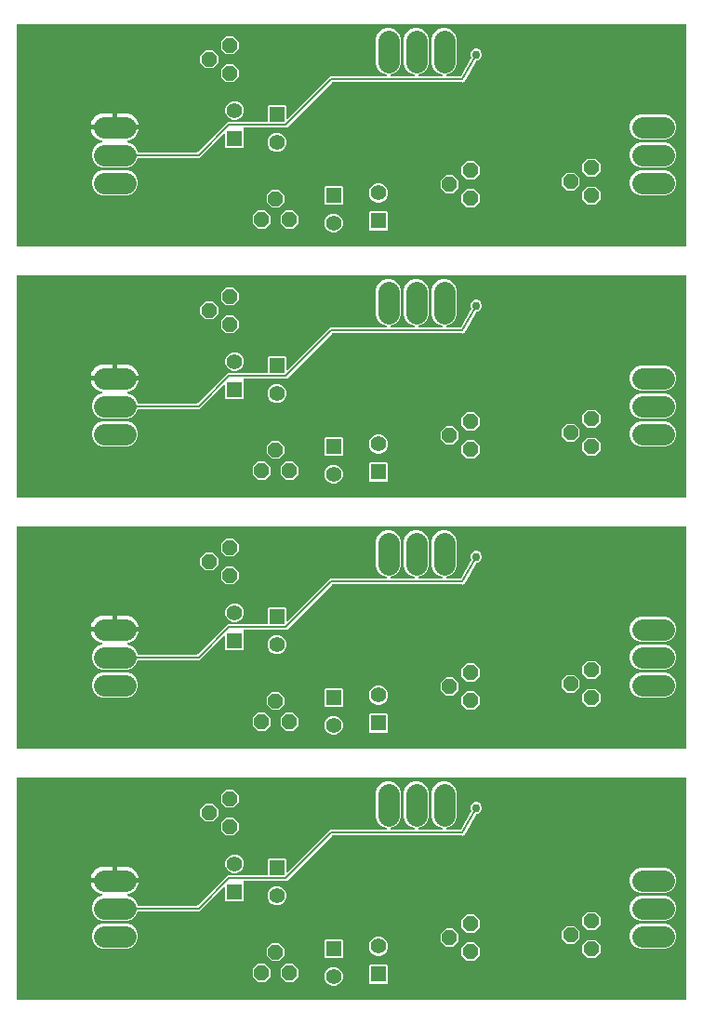
<source format=gbr>
G04 EAGLE Gerber X2 export*
%TF.Part,Single*%
%TF.FileFunction,Copper,L2,Bot,Mixed*%
%TF.FilePolarity,Positive*%
%TF.GenerationSoftware,Autodesk,EAGLE,9.2.2*%
%TF.CreationDate,2019-06-08T20:53:53Z*%
G75*
%MOMM*%
%FSLAX34Y34*%
%LPD*%
%INBottom Copper*%
%AMOC8*
5,1,8,0,0,1.08239X$1,22.5*%
G01*
%ADD10C,1.408000*%
%ADD11R,1.408000X1.408000*%
%ADD12C,1.955800*%
%ADD13P,1.429621X8X112.500000*%
%ADD14P,1.429621X8X22.500000*%
%ADD15C,0.203200*%
%ADD16C,0.756400*%

G36*
X618882Y695993D02*
X618882Y695993D01*
X618940Y695991D01*
X619022Y696013D01*
X619106Y696025D01*
X619159Y696049D01*
X619215Y696063D01*
X619288Y696106D01*
X619365Y696141D01*
X619410Y696179D01*
X619460Y696209D01*
X619518Y696270D01*
X619582Y696325D01*
X619614Y696373D01*
X619654Y696416D01*
X619693Y696491D01*
X619740Y696561D01*
X619757Y696617D01*
X619784Y696669D01*
X619795Y696737D01*
X619825Y696832D01*
X619828Y696932D01*
X619839Y697000D01*
X619839Y897000D01*
X619831Y897058D01*
X619833Y897116D01*
X619811Y897198D01*
X619799Y897282D01*
X619776Y897335D01*
X619761Y897391D01*
X619718Y897464D01*
X619683Y897541D01*
X619645Y897586D01*
X619616Y897636D01*
X619554Y897694D01*
X619500Y897758D01*
X619451Y897790D01*
X619408Y897830D01*
X619333Y897869D01*
X619263Y897916D01*
X619207Y897933D01*
X619155Y897960D01*
X619087Y897971D01*
X618992Y898001D01*
X618892Y898004D01*
X618824Y898015D01*
X11176Y898015D01*
X11118Y898007D01*
X11060Y898009D01*
X10978Y897987D01*
X10894Y897975D01*
X10841Y897952D01*
X10785Y897937D01*
X10712Y897894D01*
X10635Y897859D01*
X10590Y897821D01*
X10540Y897792D01*
X10482Y897730D01*
X10418Y897676D01*
X10386Y897627D01*
X10346Y897584D01*
X10307Y897509D01*
X10260Y897439D01*
X10243Y897383D01*
X10216Y897331D01*
X10205Y897263D01*
X10175Y897168D01*
X10172Y897068D01*
X10161Y897000D01*
X10161Y697000D01*
X10169Y696942D01*
X10167Y696884D01*
X10189Y696802D01*
X10201Y696719D01*
X10224Y696665D01*
X10239Y696609D01*
X10282Y696536D01*
X10317Y696459D01*
X10355Y696414D01*
X10384Y696364D01*
X10446Y696306D01*
X10500Y696242D01*
X10549Y696210D01*
X10592Y696170D01*
X10667Y696131D01*
X10737Y696085D01*
X10793Y696067D01*
X10845Y696040D01*
X10913Y696029D01*
X11008Y695999D01*
X11108Y695996D01*
X11176Y695985D01*
X618824Y695985D01*
X618882Y695993D01*
G37*
G36*
X618882Y10193D02*
X618882Y10193D01*
X618940Y10191D01*
X619022Y10213D01*
X619106Y10225D01*
X619159Y10249D01*
X619215Y10263D01*
X619288Y10306D01*
X619365Y10341D01*
X619410Y10379D01*
X619460Y10409D01*
X619518Y10470D01*
X619582Y10525D01*
X619614Y10573D01*
X619654Y10616D01*
X619693Y10691D01*
X619740Y10761D01*
X619757Y10817D01*
X619784Y10869D01*
X619795Y10937D01*
X619825Y11032D01*
X619828Y11132D01*
X619839Y11200D01*
X619839Y211200D01*
X619831Y211258D01*
X619833Y211316D01*
X619811Y211398D01*
X619799Y211482D01*
X619776Y211535D01*
X619761Y211591D01*
X619718Y211664D01*
X619683Y211741D01*
X619645Y211786D01*
X619616Y211836D01*
X619554Y211894D01*
X619500Y211958D01*
X619451Y211990D01*
X619408Y212030D01*
X619333Y212069D01*
X619263Y212116D01*
X619207Y212133D01*
X619155Y212160D01*
X619087Y212171D01*
X618992Y212201D01*
X618892Y212204D01*
X618824Y212215D01*
X11176Y212215D01*
X11118Y212207D01*
X11060Y212209D01*
X10978Y212187D01*
X10894Y212175D01*
X10841Y212152D01*
X10785Y212137D01*
X10712Y212094D01*
X10635Y212059D01*
X10590Y212021D01*
X10540Y211992D01*
X10482Y211930D01*
X10418Y211876D01*
X10386Y211827D01*
X10346Y211784D01*
X10307Y211709D01*
X10260Y211639D01*
X10243Y211583D01*
X10216Y211531D01*
X10205Y211463D01*
X10175Y211368D01*
X10172Y211268D01*
X10161Y211200D01*
X10161Y11200D01*
X10169Y11142D01*
X10167Y11084D01*
X10189Y11002D01*
X10201Y10919D01*
X10224Y10865D01*
X10239Y10809D01*
X10282Y10736D01*
X10317Y10659D01*
X10355Y10614D01*
X10384Y10564D01*
X10446Y10506D01*
X10500Y10442D01*
X10549Y10410D01*
X10592Y10370D01*
X10667Y10331D01*
X10737Y10285D01*
X10793Y10267D01*
X10845Y10240D01*
X10913Y10229D01*
X11008Y10199D01*
X11108Y10196D01*
X11176Y10185D01*
X618824Y10185D01*
X618882Y10193D01*
G37*
G36*
X618882Y238793D02*
X618882Y238793D01*
X618940Y238791D01*
X619022Y238813D01*
X619106Y238825D01*
X619159Y238849D01*
X619215Y238863D01*
X619288Y238906D01*
X619365Y238941D01*
X619410Y238979D01*
X619460Y239009D01*
X619518Y239070D01*
X619582Y239125D01*
X619614Y239173D01*
X619654Y239216D01*
X619693Y239291D01*
X619740Y239361D01*
X619757Y239417D01*
X619784Y239469D01*
X619795Y239537D01*
X619825Y239632D01*
X619828Y239732D01*
X619839Y239800D01*
X619839Y439800D01*
X619831Y439858D01*
X619833Y439916D01*
X619811Y439998D01*
X619799Y440082D01*
X619776Y440135D01*
X619761Y440191D01*
X619718Y440264D01*
X619683Y440341D01*
X619645Y440386D01*
X619616Y440436D01*
X619554Y440494D01*
X619500Y440558D01*
X619451Y440590D01*
X619408Y440630D01*
X619333Y440669D01*
X619263Y440716D01*
X619207Y440733D01*
X619155Y440760D01*
X619087Y440771D01*
X618992Y440801D01*
X618892Y440804D01*
X618824Y440815D01*
X11176Y440815D01*
X11118Y440807D01*
X11060Y440809D01*
X10978Y440787D01*
X10894Y440775D01*
X10841Y440752D01*
X10785Y440737D01*
X10712Y440694D01*
X10635Y440659D01*
X10590Y440621D01*
X10540Y440592D01*
X10482Y440530D01*
X10418Y440476D01*
X10386Y440427D01*
X10346Y440384D01*
X10307Y440309D01*
X10260Y440239D01*
X10243Y440183D01*
X10216Y440131D01*
X10205Y440063D01*
X10175Y439968D01*
X10172Y439868D01*
X10161Y439800D01*
X10161Y239800D01*
X10169Y239742D01*
X10167Y239684D01*
X10189Y239602D01*
X10201Y239519D01*
X10224Y239465D01*
X10239Y239409D01*
X10282Y239336D01*
X10317Y239259D01*
X10355Y239214D01*
X10384Y239164D01*
X10446Y239106D01*
X10500Y239042D01*
X10549Y239010D01*
X10592Y238970D01*
X10667Y238931D01*
X10737Y238885D01*
X10793Y238867D01*
X10845Y238840D01*
X10913Y238829D01*
X11008Y238799D01*
X11108Y238796D01*
X11176Y238785D01*
X618824Y238785D01*
X618882Y238793D01*
G37*
G36*
X618882Y467393D02*
X618882Y467393D01*
X618940Y467391D01*
X619022Y467413D01*
X619106Y467425D01*
X619159Y467449D01*
X619215Y467463D01*
X619288Y467506D01*
X619365Y467541D01*
X619410Y467579D01*
X619460Y467609D01*
X619518Y467670D01*
X619582Y467725D01*
X619614Y467773D01*
X619654Y467816D01*
X619693Y467891D01*
X619740Y467961D01*
X619757Y468017D01*
X619784Y468069D01*
X619795Y468137D01*
X619825Y468232D01*
X619828Y468332D01*
X619839Y468400D01*
X619839Y668400D01*
X619831Y668458D01*
X619833Y668516D01*
X619811Y668598D01*
X619799Y668682D01*
X619776Y668735D01*
X619761Y668791D01*
X619718Y668864D01*
X619683Y668941D01*
X619645Y668986D01*
X619616Y669036D01*
X619554Y669094D01*
X619500Y669158D01*
X619451Y669190D01*
X619408Y669230D01*
X619333Y669269D01*
X619263Y669316D01*
X619207Y669333D01*
X619155Y669360D01*
X619087Y669371D01*
X618992Y669401D01*
X618892Y669404D01*
X618824Y669415D01*
X11176Y669415D01*
X11118Y669407D01*
X11060Y669409D01*
X10978Y669387D01*
X10894Y669375D01*
X10841Y669352D01*
X10785Y669337D01*
X10712Y669294D01*
X10635Y669259D01*
X10590Y669221D01*
X10540Y669192D01*
X10482Y669130D01*
X10418Y669076D01*
X10386Y669027D01*
X10346Y668984D01*
X10307Y668909D01*
X10260Y668839D01*
X10243Y668783D01*
X10216Y668731D01*
X10205Y668663D01*
X10175Y668568D01*
X10172Y668468D01*
X10161Y668400D01*
X10161Y468400D01*
X10169Y468342D01*
X10167Y468284D01*
X10189Y468202D01*
X10201Y468119D01*
X10224Y468065D01*
X10239Y468009D01*
X10282Y467936D01*
X10317Y467859D01*
X10355Y467814D01*
X10384Y467764D01*
X10446Y467706D01*
X10500Y467642D01*
X10549Y467610D01*
X10592Y467570D01*
X10667Y467531D01*
X10737Y467485D01*
X10793Y467467D01*
X10845Y467440D01*
X10913Y467429D01*
X11008Y467399D01*
X11108Y467396D01*
X11176Y467385D01*
X618824Y467385D01*
X618882Y467393D01*
G37*
%LPC*%
G36*
X87393Y767818D02*
X87393Y767818D01*
X83239Y769539D01*
X80059Y772718D01*
X78338Y776873D01*
X78338Y781370D01*
X80059Y785525D01*
X83239Y788704D01*
X87524Y790479D01*
X87529Y790483D01*
X87535Y790484D01*
X87625Y790539D01*
X87670Y790559D01*
X87697Y790582D01*
X87769Y790624D01*
X87773Y790628D01*
X87778Y790632D01*
X87856Y790717D01*
X87887Y790743D01*
X87903Y790766D01*
X87964Y790831D01*
X87967Y790836D01*
X87971Y790841D01*
X88026Y790950D01*
X88045Y790979D01*
X88052Y791002D01*
X88094Y791083D01*
X88095Y791089D01*
X88098Y791095D01*
X88121Y791219D01*
X88131Y791250D01*
X88131Y791273D01*
X88149Y791362D01*
X88148Y791368D01*
X88150Y791375D01*
X88137Y791500D01*
X88138Y791535D01*
X88132Y791557D01*
X88125Y791645D01*
X88122Y791651D01*
X88122Y791657D01*
X88076Y791772D01*
X88066Y791810D01*
X88053Y791833D01*
X88023Y791911D01*
X88019Y791916D01*
X88016Y791922D01*
X87945Y792013D01*
X87921Y792054D01*
X87897Y792077D01*
X87851Y792137D01*
X87846Y792141D01*
X87842Y792146D01*
X87756Y792209D01*
X87714Y792249D01*
X87677Y792267D01*
X87623Y792308D01*
X87617Y792310D01*
X87612Y792314D01*
X87571Y792327D01*
X87528Y792344D01*
X87461Y792378D01*
X87418Y792385D01*
X87357Y792408D01*
X87322Y792411D01*
X87294Y792420D01*
X86757Y792505D01*
X84912Y793104D01*
X83185Y793985D01*
X81616Y795125D01*
X80245Y796496D01*
X79105Y798065D01*
X78225Y799792D01*
X77625Y801637D01*
X77490Y802490D01*
X98405Y802490D01*
X98462Y802499D01*
X98521Y802497D01*
X98602Y802518D01*
X98686Y802530D01*
X98739Y802554D01*
X98796Y802569D01*
X98868Y802612D01*
X98945Y802646D01*
X98990Y802684D01*
X99040Y802714D01*
X99098Y802776D01*
X99162Y802830D01*
X99195Y802879D01*
X99235Y802921D01*
X99273Y802997D01*
X99320Y803067D01*
X99338Y803123D01*
X99364Y803175D01*
X99376Y803243D01*
X99406Y803338D01*
X99408Y803438D01*
X99420Y803506D01*
X99420Y804522D01*
X99422Y804522D01*
X99422Y803506D01*
X99430Y803448D01*
X99428Y803389D01*
X99450Y803308D01*
X99461Y803224D01*
X99485Y803171D01*
X99500Y803114D01*
X99543Y803042D01*
X99578Y802965D01*
X99615Y802920D01*
X99645Y802870D01*
X99707Y802812D01*
X99761Y802748D01*
X99810Y802715D01*
X99853Y802675D01*
X99928Y802637D01*
X99998Y802590D01*
X100054Y802572D01*
X100106Y802546D01*
X100174Y802534D01*
X100269Y802504D01*
X100369Y802502D01*
X100437Y802490D01*
X121351Y802490D01*
X121216Y801637D01*
X120617Y799792D01*
X119736Y798065D01*
X118597Y796496D01*
X117226Y795125D01*
X115657Y793985D01*
X113929Y793104D01*
X112084Y792505D01*
X111547Y792420D01*
X111541Y792418D01*
X111535Y792418D01*
X111481Y792401D01*
X111430Y792394D01*
X111363Y792364D01*
X111275Y792337D01*
X111270Y792333D01*
X111264Y792331D01*
X111210Y792295D01*
X111171Y792277D01*
X111125Y792238D01*
X111037Y792181D01*
X111033Y792177D01*
X111028Y792173D01*
X110980Y792116D01*
X110954Y792094D01*
X110926Y792053D01*
X110852Y791966D01*
X110849Y791960D01*
X110845Y791956D01*
X110812Y791880D01*
X110796Y791857D01*
X110784Y791818D01*
X110733Y791708D01*
X110732Y791701D01*
X110730Y791696D01*
X110718Y791609D01*
X110711Y791586D01*
X110710Y791551D01*
X110691Y791427D01*
X110692Y791420D01*
X110691Y791414D01*
X110704Y791324D01*
X110703Y791302D01*
X110712Y791270D01*
X110728Y791145D01*
X110731Y791139D01*
X110732Y791133D01*
X110769Y791050D01*
X110775Y791027D01*
X110793Y790997D01*
X110842Y790884D01*
X110846Y790879D01*
X110849Y790874D01*
X110906Y790806D01*
X110920Y790782D01*
X110949Y790755D01*
X111024Y790666D01*
X111029Y790662D01*
X111033Y790657D01*
X111070Y790634D01*
X111100Y790614D01*
X111128Y790588D01*
X111170Y790566D01*
X111259Y790506D01*
X111293Y790495D01*
X111318Y790479D01*
X115603Y788704D01*
X118782Y785525D01*
X120123Y782289D01*
X120124Y782288D01*
X120124Y782286D01*
X120196Y782165D01*
X120267Y782044D01*
X120268Y782043D01*
X120269Y782042D01*
X120376Y781941D01*
X120474Y781849D01*
X120475Y781848D01*
X120477Y781847D01*
X120605Y781781D01*
X120727Y781719D01*
X120728Y781719D01*
X120730Y781718D01*
X120745Y781715D01*
X121006Y781664D01*
X121036Y781666D01*
X121061Y781662D01*
X174242Y781662D01*
X174329Y781675D01*
X174416Y781677D01*
X174469Y781694D01*
X174524Y781702D01*
X174604Y781738D01*
X174687Y781765D01*
X174726Y781793D01*
X174783Y781818D01*
X174897Y781914D01*
X174960Y781960D01*
X201982Y808981D01*
X237393Y808981D01*
X237451Y808990D01*
X237509Y808988D01*
X237591Y809009D01*
X237675Y809021D01*
X237728Y809045D01*
X237784Y809060D01*
X237857Y809103D01*
X237934Y809138D01*
X237979Y809175D01*
X238029Y809205D01*
X238087Y809267D01*
X238151Y809321D01*
X238183Y809370D01*
X238223Y809413D01*
X238262Y809488D01*
X238309Y809558D01*
X238326Y809614D01*
X238353Y809666D01*
X238364Y809734D01*
X238394Y809829D01*
X238397Y809929D01*
X238408Y809997D01*
X238408Y823692D01*
X239301Y824585D01*
X254645Y824585D01*
X255538Y823692D01*
X255538Y812958D01*
X255542Y812928D01*
X255539Y812899D01*
X255562Y812788D01*
X255578Y812676D01*
X255590Y812649D01*
X255595Y812621D01*
X255648Y812520D01*
X255694Y812417D01*
X255713Y812394D01*
X255726Y812368D01*
X255804Y812286D01*
X255878Y812200D01*
X255902Y812183D01*
X255922Y812162D01*
X256020Y812105D01*
X256114Y812042D01*
X256142Y812033D01*
X256167Y812018D01*
X256277Y811991D01*
X256385Y811956D01*
X256415Y811956D01*
X256443Y811948D01*
X256556Y811952D01*
X256669Y811949D01*
X256698Y811956D01*
X256727Y811957D01*
X256835Y811992D01*
X256944Y812021D01*
X256970Y812036D01*
X256998Y812045D01*
X257061Y812090D01*
X257189Y812166D01*
X257232Y812212D01*
X257271Y812240D01*
X295427Y850396D01*
X346002Y850396D01*
X346087Y850408D01*
X346173Y850411D01*
X346227Y850428D01*
X346283Y850436D01*
X346362Y850471D01*
X346444Y850497D01*
X346491Y850529D01*
X346543Y850552D01*
X346608Y850608D01*
X346680Y850656D01*
X346716Y850699D01*
X346760Y850736D01*
X346807Y850807D01*
X346863Y850873D01*
X346886Y850925D01*
X346917Y850973D01*
X346943Y851054D01*
X346978Y851133D01*
X346986Y851189D01*
X347003Y851244D01*
X347005Y851329D01*
X347017Y851415D01*
X347009Y851471D01*
X347010Y851528D01*
X346989Y851611D01*
X346976Y851696D01*
X346953Y851748D01*
X346939Y851803D01*
X346895Y851877D01*
X346859Y851955D01*
X346822Y851998D01*
X346793Y852047D01*
X346731Y852106D01*
X346675Y852171D01*
X346633Y852198D01*
X346586Y852242D01*
X346457Y852308D01*
X346390Y852349D01*
X342218Y854078D01*
X339038Y857257D01*
X337317Y861412D01*
X337317Y885467D01*
X339038Y889622D01*
X342218Y892801D01*
X346372Y894522D01*
X350869Y894522D01*
X355024Y892801D01*
X358203Y889622D01*
X359924Y885467D01*
X359924Y861412D01*
X358203Y857257D01*
X355024Y854078D01*
X350851Y852349D01*
X350777Y852306D01*
X350699Y852271D01*
X350655Y852234D01*
X350606Y852205D01*
X350547Y852142D01*
X350482Y852087D01*
X350450Y852040D01*
X350411Y851998D01*
X350372Y851922D01*
X350324Y851850D01*
X350307Y851796D01*
X350281Y851745D01*
X350264Y851661D01*
X350238Y851579D01*
X350237Y851522D01*
X350226Y851467D01*
X350233Y851381D01*
X350231Y851295D01*
X350245Y851240D01*
X350250Y851183D01*
X350281Y851103D01*
X350303Y851020D01*
X350332Y850971D01*
X350352Y850918D01*
X350404Y850849D01*
X350448Y850776D01*
X350490Y850737D01*
X350524Y850691D01*
X350593Y850640D01*
X350655Y850581D01*
X350706Y850555D01*
X350752Y850521D01*
X350832Y850491D01*
X350908Y850452D01*
X350957Y850443D01*
X351018Y850421D01*
X351162Y850409D01*
X351239Y850396D01*
X371402Y850396D01*
X371487Y850408D01*
X371573Y850411D01*
X371627Y850428D01*
X371683Y850436D01*
X371762Y850471D01*
X371844Y850497D01*
X371891Y850529D01*
X371943Y850552D01*
X372008Y850608D01*
X372080Y850656D01*
X372116Y850699D01*
X372160Y850736D01*
X372207Y850807D01*
X372263Y850873D01*
X372286Y850925D01*
X372317Y850973D01*
X372343Y851054D01*
X372378Y851133D01*
X372386Y851189D01*
X372403Y851244D01*
X372405Y851329D01*
X372417Y851415D01*
X372409Y851471D01*
X372410Y851528D01*
X372389Y851611D01*
X372376Y851696D01*
X372353Y851748D01*
X372339Y851803D01*
X372295Y851877D01*
X372259Y851955D01*
X372222Y851998D01*
X372193Y852047D01*
X372131Y852106D01*
X372075Y852171D01*
X372033Y852198D01*
X371986Y852242D01*
X371857Y852308D01*
X371790Y852349D01*
X367618Y854078D01*
X364438Y857257D01*
X362717Y861412D01*
X362717Y885467D01*
X364438Y889622D01*
X367618Y892801D01*
X371772Y894522D01*
X376269Y894522D01*
X380424Y892801D01*
X383603Y889622D01*
X385324Y885467D01*
X385324Y861412D01*
X383603Y857257D01*
X380424Y854078D01*
X376251Y852349D01*
X376177Y852306D01*
X376099Y852271D01*
X376055Y852234D01*
X376006Y852205D01*
X375947Y852142D01*
X375882Y852087D01*
X375850Y852040D01*
X375811Y851998D01*
X375772Y851922D01*
X375724Y851850D01*
X375707Y851796D01*
X375681Y851745D01*
X375664Y851661D01*
X375638Y851579D01*
X375637Y851522D01*
X375626Y851467D01*
X375633Y851381D01*
X375631Y851295D01*
X375645Y851240D01*
X375650Y851183D01*
X375681Y851103D01*
X375703Y851020D01*
X375732Y850971D01*
X375752Y850918D01*
X375804Y850849D01*
X375848Y850776D01*
X375890Y850737D01*
X375924Y850691D01*
X375993Y850640D01*
X376055Y850581D01*
X376106Y850555D01*
X376152Y850521D01*
X376232Y850491D01*
X376308Y850452D01*
X376357Y850443D01*
X376418Y850421D01*
X376562Y850409D01*
X376639Y850396D01*
X396802Y850396D01*
X396887Y850408D01*
X396973Y850411D01*
X397027Y850428D01*
X397083Y850436D01*
X397162Y850471D01*
X397244Y850497D01*
X397291Y850529D01*
X397343Y850552D01*
X397408Y850608D01*
X397480Y850656D01*
X397516Y850699D01*
X397560Y850736D01*
X397607Y850807D01*
X397663Y850873D01*
X397686Y850925D01*
X397717Y850973D01*
X397743Y851054D01*
X397778Y851133D01*
X397786Y851189D01*
X397803Y851244D01*
X397805Y851329D01*
X397817Y851415D01*
X397809Y851471D01*
X397810Y851528D01*
X397789Y851611D01*
X397776Y851696D01*
X397753Y851748D01*
X397739Y851803D01*
X397695Y851877D01*
X397659Y851955D01*
X397622Y851998D01*
X397593Y852047D01*
X397531Y852106D01*
X397475Y852171D01*
X397433Y852198D01*
X397386Y852242D01*
X397257Y852308D01*
X397190Y852349D01*
X393018Y854078D01*
X389838Y857257D01*
X388117Y861412D01*
X388117Y885467D01*
X389838Y889622D01*
X393018Y892801D01*
X397172Y894522D01*
X401669Y894522D01*
X405824Y892801D01*
X409003Y889622D01*
X410724Y885467D01*
X410724Y861412D01*
X409003Y857257D01*
X405824Y854078D01*
X401651Y852349D01*
X401577Y852306D01*
X401499Y852271D01*
X401455Y852234D01*
X401406Y852205D01*
X401347Y852142D01*
X401282Y852087D01*
X401250Y852040D01*
X401211Y851998D01*
X401172Y851922D01*
X401124Y851850D01*
X401107Y851796D01*
X401081Y851745D01*
X401064Y851661D01*
X401038Y851579D01*
X401037Y851522D01*
X401026Y851467D01*
X401033Y851381D01*
X401031Y851295D01*
X401045Y851240D01*
X401050Y851183D01*
X401081Y851103D01*
X401103Y851020D01*
X401132Y850971D01*
X401152Y850918D01*
X401204Y850849D01*
X401248Y850776D01*
X401290Y850737D01*
X401324Y850691D01*
X401393Y850640D01*
X401455Y850581D01*
X401506Y850555D01*
X401552Y850521D01*
X401632Y850491D01*
X401708Y850452D01*
X401757Y850443D01*
X401818Y850421D01*
X401962Y850409D01*
X402039Y850396D01*
X413973Y850396D01*
X414060Y850408D01*
X414148Y850411D01*
X414200Y850428D01*
X414254Y850436D01*
X414335Y850472D01*
X414418Y850499D01*
X414464Y850530D01*
X414514Y850552D01*
X414581Y850609D01*
X414654Y850658D01*
X414683Y850696D01*
X414731Y850736D01*
X414814Y850860D01*
X414862Y850922D01*
X423735Y867032D01*
X423736Y867033D01*
X423736Y867034D01*
X423788Y867171D01*
X423836Y867298D01*
X423836Y867299D01*
X423837Y867300D01*
X423847Y867435D01*
X423859Y867581D01*
X423859Y867583D01*
X423859Y867584D01*
X423857Y867593D01*
X423803Y867860D01*
X423789Y867887D01*
X423784Y867911D01*
X423187Y869351D01*
X423187Y871462D01*
X423995Y873413D01*
X425488Y874905D01*
X427439Y875713D01*
X429550Y875713D01*
X431500Y874905D01*
X432993Y873413D01*
X433801Y871462D01*
X433801Y869351D01*
X432993Y867400D01*
X431500Y865908D01*
X429550Y865100D01*
X429072Y865100D01*
X428985Y865087D01*
X428897Y865084D01*
X428845Y865068D01*
X428790Y865060D01*
X428710Y865024D01*
X428626Y864997D01*
X428581Y864966D01*
X428531Y864944D01*
X428464Y864887D01*
X428391Y864837D01*
X428361Y864800D01*
X428314Y864760D01*
X428231Y864636D01*
X428183Y864574D01*
X418741Y847431D01*
X418710Y847349D01*
X418670Y847272D01*
X418662Y847224D01*
X418640Y847165D01*
X418628Y847018D01*
X418615Y846941D01*
X418615Y846803D01*
X418227Y846416D01*
X418057Y846188D01*
X418056Y846188D01*
X417792Y845708D01*
X417659Y845669D01*
X417580Y845634D01*
X417497Y845607D01*
X417458Y845579D01*
X417400Y845553D01*
X417288Y845458D01*
X417224Y845412D01*
X417126Y845315D01*
X416579Y845315D01*
X416297Y845275D01*
X416296Y845275D01*
X415770Y845122D01*
X415649Y845189D01*
X415568Y845220D01*
X415491Y845259D01*
X415443Y845267D01*
X415384Y845290D01*
X415237Y845302D01*
X415159Y845315D01*
X297953Y845315D01*
X297866Y845302D01*
X297779Y845300D01*
X297726Y845283D01*
X297671Y845275D01*
X297591Y845239D01*
X297508Y845212D01*
X297469Y845184D01*
X297412Y845159D01*
X297299Y845063D01*
X297235Y845017D01*
X256118Y803900D01*
X217494Y803900D01*
X217465Y803896D01*
X217436Y803898D01*
X217325Y803876D01*
X217213Y803860D01*
X217186Y803848D01*
X217157Y803842D01*
X217056Y803790D01*
X216953Y803744D01*
X216931Y803725D01*
X216905Y803711D01*
X216823Y803633D01*
X216736Y803560D01*
X216720Y803536D01*
X216699Y803516D01*
X216641Y803418D01*
X216579Y803324D01*
X216570Y803296D01*
X216555Y803270D01*
X216527Y803161D01*
X216493Y803053D01*
X216492Y803023D01*
X216485Y802995D01*
X216488Y802882D01*
X216485Y802768D01*
X216493Y802740D01*
X216494Y802711D01*
X216529Y802603D01*
X216557Y802493D01*
X216572Y802468D01*
X216581Y802440D01*
X216627Y802376D01*
X216703Y802249D01*
X216748Y802206D01*
X216776Y802167D01*
X217051Y801892D01*
X217051Y786549D01*
X216158Y785656D01*
X200815Y785656D01*
X199922Y786549D01*
X199922Y797284D01*
X199917Y797313D01*
X199920Y797342D01*
X199898Y797453D01*
X199882Y797565D01*
X199870Y797592D01*
X199864Y797621D01*
X199812Y797721D01*
X199765Y797825D01*
X199747Y797847D01*
X199733Y797873D01*
X199655Y797955D01*
X199582Y798042D01*
X199557Y798058D01*
X199537Y798079D01*
X199440Y798136D01*
X199345Y798199D01*
X199317Y798208D01*
X199292Y798223D01*
X199182Y798251D01*
X199074Y798285D01*
X199045Y798286D01*
X199016Y798293D01*
X198903Y798289D01*
X198790Y798292D01*
X198762Y798285D01*
X198732Y798284D01*
X198624Y798249D01*
X198515Y798220D01*
X198490Y798205D01*
X198462Y798196D01*
X198398Y798151D01*
X198271Y798075D01*
X198228Y798030D01*
X198188Y798002D01*
X176768Y776581D01*
X121061Y776581D01*
X121059Y776581D01*
X121058Y776581D01*
X120918Y776561D01*
X120779Y776541D01*
X120778Y776540D01*
X120776Y776540D01*
X120650Y776483D01*
X120520Y776425D01*
X120519Y776424D01*
X120517Y776423D01*
X120410Y776332D01*
X120303Y776241D01*
X120302Y776240D01*
X120301Y776239D01*
X120293Y776226D01*
X120145Y776004D01*
X120136Y775975D01*
X120123Y775954D01*
X118782Y772718D01*
X115603Y769539D01*
X111448Y767818D01*
X87393Y767818D01*
G37*
%LPD*%
%LPC*%
G36*
X87393Y82018D02*
X87393Y82018D01*
X83239Y83739D01*
X80059Y86918D01*
X78338Y91073D01*
X78338Y95570D01*
X80059Y99725D01*
X83239Y102904D01*
X87524Y104679D01*
X87529Y104683D01*
X87535Y104684D01*
X87625Y104739D01*
X87670Y104759D01*
X87697Y104782D01*
X87769Y104824D01*
X87773Y104828D01*
X87778Y104832D01*
X87856Y104917D01*
X87887Y104943D01*
X87903Y104966D01*
X87964Y105031D01*
X87967Y105036D01*
X87971Y105041D01*
X88026Y105150D01*
X88045Y105179D01*
X88052Y105202D01*
X88094Y105283D01*
X88095Y105289D01*
X88098Y105295D01*
X88121Y105419D01*
X88131Y105450D01*
X88131Y105473D01*
X88149Y105562D01*
X88148Y105568D01*
X88150Y105575D01*
X88137Y105700D01*
X88138Y105735D01*
X88132Y105757D01*
X88125Y105845D01*
X88122Y105851D01*
X88122Y105857D01*
X88076Y105972D01*
X88066Y106010D01*
X88053Y106033D01*
X88023Y106111D01*
X88019Y106116D01*
X88016Y106122D01*
X87945Y106213D01*
X87921Y106254D01*
X87897Y106277D01*
X87851Y106337D01*
X87846Y106341D01*
X87842Y106346D01*
X87756Y106409D01*
X87714Y106449D01*
X87677Y106467D01*
X87623Y106508D01*
X87617Y106510D01*
X87612Y106514D01*
X87571Y106527D01*
X87528Y106544D01*
X87461Y106578D01*
X87418Y106585D01*
X87357Y106608D01*
X87322Y106611D01*
X87294Y106620D01*
X86757Y106705D01*
X84912Y107304D01*
X83185Y108185D01*
X81616Y109325D01*
X80245Y110696D01*
X79105Y112265D01*
X78225Y113992D01*
X77625Y115837D01*
X77490Y116690D01*
X98405Y116690D01*
X98462Y116699D01*
X98521Y116697D01*
X98602Y116718D01*
X98686Y116730D01*
X98739Y116754D01*
X98796Y116769D01*
X98868Y116812D01*
X98945Y116846D01*
X98990Y116884D01*
X99040Y116914D01*
X99098Y116976D01*
X99162Y117030D01*
X99195Y117079D01*
X99235Y117121D01*
X99273Y117197D01*
X99320Y117267D01*
X99338Y117323D01*
X99364Y117375D01*
X99376Y117443D01*
X99406Y117538D01*
X99408Y117638D01*
X99420Y117706D01*
X99420Y118722D01*
X99422Y118722D01*
X99422Y117706D01*
X99430Y117648D01*
X99428Y117589D01*
X99450Y117508D01*
X99461Y117424D01*
X99485Y117371D01*
X99500Y117314D01*
X99543Y117242D01*
X99578Y117165D01*
X99615Y117120D01*
X99645Y117070D01*
X99707Y117012D01*
X99761Y116948D01*
X99810Y116915D01*
X99853Y116875D01*
X99928Y116837D01*
X99998Y116790D01*
X100054Y116772D01*
X100106Y116746D01*
X100174Y116734D01*
X100269Y116704D01*
X100369Y116702D01*
X100437Y116690D01*
X121351Y116690D01*
X121216Y115837D01*
X120617Y113992D01*
X119736Y112265D01*
X118597Y110696D01*
X117226Y109325D01*
X115657Y108185D01*
X113929Y107304D01*
X112084Y106705D01*
X111547Y106620D01*
X111541Y106618D01*
X111535Y106618D01*
X111481Y106601D01*
X111430Y106594D01*
X111363Y106564D01*
X111275Y106537D01*
X111270Y106533D01*
X111264Y106531D01*
X111210Y106495D01*
X111171Y106477D01*
X111125Y106438D01*
X111037Y106381D01*
X111033Y106377D01*
X111028Y106373D01*
X110980Y106316D01*
X110954Y106294D01*
X110926Y106253D01*
X110852Y106166D01*
X110849Y106160D01*
X110845Y106156D01*
X110812Y106080D01*
X110796Y106057D01*
X110784Y106018D01*
X110733Y105908D01*
X110732Y105901D01*
X110730Y105896D01*
X110718Y105809D01*
X110711Y105786D01*
X110710Y105751D01*
X110691Y105627D01*
X110692Y105620D01*
X110691Y105614D01*
X110704Y105524D01*
X110703Y105502D01*
X110712Y105470D01*
X110728Y105345D01*
X110731Y105339D01*
X110732Y105333D01*
X110769Y105250D01*
X110775Y105227D01*
X110793Y105197D01*
X110842Y105084D01*
X110846Y105079D01*
X110849Y105074D01*
X110906Y105006D01*
X110920Y104982D01*
X110949Y104955D01*
X111024Y104866D01*
X111029Y104862D01*
X111033Y104857D01*
X111070Y104834D01*
X111100Y104814D01*
X111128Y104788D01*
X111170Y104766D01*
X111259Y104706D01*
X111293Y104695D01*
X111318Y104679D01*
X115603Y102904D01*
X118782Y99725D01*
X120123Y96489D01*
X120124Y96488D01*
X120124Y96486D01*
X120196Y96365D01*
X120267Y96244D01*
X120268Y96243D01*
X120269Y96242D01*
X120376Y96141D01*
X120474Y96049D01*
X120475Y96048D01*
X120477Y96047D01*
X120605Y95981D01*
X120727Y95919D01*
X120728Y95919D01*
X120730Y95918D01*
X120745Y95915D01*
X121006Y95864D01*
X121036Y95866D01*
X121061Y95862D01*
X174242Y95862D01*
X174329Y95875D01*
X174416Y95877D01*
X174469Y95894D01*
X174524Y95902D01*
X174604Y95938D01*
X174687Y95965D01*
X174726Y95993D01*
X174783Y96018D01*
X174897Y96114D01*
X174960Y96160D01*
X201982Y123181D01*
X237393Y123181D01*
X237451Y123190D01*
X237509Y123188D01*
X237591Y123209D01*
X237675Y123221D01*
X237728Y123245D01*
X237784Y123260D01*
X237857Y123303D01*
X237934Y123338D01*
X237979Y123375D01*
X238029Y123405D01*
X238087Y123467D01*
X238151Y123521D01*
X238183Y123570D01*
X238223Y123613D01*
X238262Y123688D01*
X238309Y123758D01*
X238326Y123814D01*
X238353Y123866D01*
X238364Y123934D01*
X238394Y124029D01*
X238397Y124129D01*
X238408Y124197D01*
X238408Y137892D01*
X239301Y138785D01*
X254645Y138785D01*
X255538Y137892D01*
X255538Y127158D01*
X255542Y127128D01*
X255539Y127099D01*
X255562Y126988D01*
X255578Y126876D01*
X255590Y126849D01*
X255595Y126821D01*
X255648Y126720D01*
X255694Y126617D01*
X255713Y126594D01*
X255726Y126568D01*
X255804Y126486D01*
X255878Y126400D01*
X255902Y126383D01*
X255922Y126362D01*
X256020Y126305D01*
X256114Y126242D01*
X256142Y126233D01*
X256167Y126218D01*
X256277Y126191D01*
X256385Y126156D01*
X256415Y126156D01*
X256443Y126148D01*
X256556Y126152D01*
X256669Y126149D01*
X256698Y126156D01*
X256727Y126157D01*
X256835Y126192D01*
X256944Y126221D01*
X256970Y126236D01*
X256998Y126245D01*
X257061Y126290D01*
X257189Y126366D01*
X257232Y126412D01*
X257271Y126440D01*
X295427Y164596D01*
X346002Y164596D01*
X346087Y164608D01*
X346173Y164611D01*
X346227Y164628D01*
X346283Y164636D01*
X346362Y164671D01*
X346444Y164697D01*
X346491Y164729D01*
X346543Y164752D01*
X346608Y164808D01*
X346680Y164856D01*
X346716Y164899D01*
X346760Y164936D01*
X346807Y165007D01*
X346863Y165073D01*
X346886Y165125D01*
X346917Y165173D01*
X346943Y165254D01*
X346978Y165333D01*
X346986Y165389D01*
X347003Y165444D01*
X347005Y165529D01*
X347017Y165615D01*
X347009Y165671D01*
X347010Y165728D01*
X346989Y165811D01*
X346976Y165896D01*
X346953Y165948D01*
X346939Y166003D01*
X346895Y166077D01*
X346859Y166155D01*
X346822Y166198D01*
X346793Y166247D01*
X346731Y166306D01*
X346675Y166371D01*
X346633Y166398D01*
X346586Y166442D01*
X346457Y166508D01*
X346390Y166549D01*
X342218Y168278D01*
X339038Y171457D01*
X337317Y175612D01*
X337317Y199667D01*
X339038Y203822D01*
X342218Y207001D01*
X346372Y208722D01*
X350869Y208722D01*
X355024Y207001D01*
X358203Y203822D01*
X359924Y199667D01*
X359924Y175612D01*
X358203Y171457D01*
X355024Y168278D01*
X350851Y166549D01*
X350777Y166506D01*
X350699Y166471D01*
X350655Y166434D01*
X350606Y166405D01*
X350547Y166342D01*
X350482Y166287D01*
X350450Y166240D01*
X350411Y166198D01*
X350372Y166122D01*
X350324Y166050D01*
X350307Y165996D01*
X350281Y165945D01*
X350264Y165861D01*
X350238Y165779D01*
X350237Y165722D01*
X350226Y165667D01*
X350233Y165581D01*
X350231Y165495D01*
X350245Y165440D01*
X350250Y165383D01*
X350281Y165303D01*
X350303Y165220D01*
X350332Y165171D01*
X350352Y165118D01*
X350404Y165049D01*
X350448Y164976D01*
X350490Y164937D01*
X350524Y164891D01*
X350593Y164840D01*
X350655Y164781D01*
X350706Y164755D01*
X350752Y164721D01*
X350832Y164691D01*
X350908Y164652D01*
X350957Y164643D01*
X351018Y164621D01*
X351162Y164609D01*
X351239Y164596D01*
X371402Y164596D01*
X371487Y164608D01*
X371573Y164611D01*
X371627Y164628D01*
X371683Y164636D01*
X371762Y164671D01*
X371844Y164697D01*
X371891Y164729D01*
X371943Y164752D01*
X372008Y164808D01*
X372080Y164856D01*
X372116Y164899D01*
X372160Y164936D01*
X372207Y165007D01*
X372263Y165073D01*
X372286Y165125D01*
X372317Y165173D01*
X372343Y165254D01*
X372378Y165333D01*
X372386Y165389D01*
X372403Y165444D01*
X372405Y165529D01*
X372417Y165615D01*
X372409Y165671D01*
X372410Y165728D01*
X372389Y165811D01*
X372376Y165896D01*
X372353Y165948D01*
X372339Y166003D01*
X372295Y166077D01*
X372259Y166155D01*
X372222Y166198D01*
X372193Y166247D01*
X372131Y166306D01*
X372075Y166371D01*
X372033Y166398D01*
X371986Y166442D01*
X371857Y166508D01*
X371790Y166549D01*
X367618Y168278D01*
X364438Y171457D01*
X362717Y175612D01*
X362717Y199667D01*
X364438Y203822D01*
X367618Y207001D01*
X371772Y208722D01*
X376269Y208722D01*
X380424Y207001D01*
X383603Y203822D01*
X385324Y199667D01*
X385324Y175612D01*
X383603Y171457D01*
X380424Y168278D01*
X376251Y166549D01*
X376177Y166506D01*
X376099Y166471D01*
X376055Y166434D01*
X376006Y166405D01*
X375947Y166342D01*
X375882Y166287D01*
X375850Y166240D01*
X375811Y166198D01*
X375772Y166122D01*
X375724Y166050D01*
X375707Y165996D01*
X375681Y165945D01*
X375664Y165861D01*
X375638Y165779D01*
X375637Y165722D01*
X375626Y165667D01*
X375633Y165581D01*
X375631Y165495D01*
X375645Y165440D01*
X375650Y165383D01*
X375681Y165303D01*
X375703Y165220D01*
X375732Y165171D01*
X375752Y165118D01*
X375804Y165049D01*
X375848Y164976D01*
X375890Y164937D01*
X375924Y164891D01*
X375993Y164840D01*
X376055Y164781D01*
X376106Y164755D01*
X376152Y164721D01*
X376232Y164691D01*
X376308Y164652D01*
X376357Y164643D01*
X376418Y164621D01*
X376562Y164609D01*
X376639Y164596D01*
X396802Y164596D01*
X396887Y164608D01*
X396973Y164611D01*
X397027Y164628D01*
X397083Y164636D01*
X397162Y164671D01*
X397244Y164697D01*
X397291Y164729D01*
X397343Y164752D01*
X397408Y164808D01*
X397480Y164856D01*
X397516Y164899D01*
X397560Y164936D01*
X397607Y165007D01*
X397663Y165073D01*
X397686Y165125D01*
X397717Y165173D01*
X397743Y165254D01*
X397778Y165333D01*
X397786Y165389D01*
X397803Y165444D01*
X397805Y165529D01*
X397817Y165615D01*
X397809Y165671D01*
X397810Y165728D01*
X397789Y165811D01*
X397776Y165896D01*
X397753Y165948D01*
X397739Y166003D01*
X397695Y166077D01*
X397659Y166155D01*
X397622Y166198D01*
X397593Y166247D01*
X397531Y166306D01*
X397475Y166371D01*
X397433Y166398D01*
X397386Y166442D01*
X397257Y166508D01*
X397190Y166549D01*
X393018Y168278D01*
X389838Y171457D01*
X388117Y175612D01*
X388117Y199667D01*
X389838Y203822D01*
X393018Y207001D01*
X397172Y208722D01*
X401669Y208722D01*
X405824Y207001D01*
X409003Y203822D01*
X410724Y199667D01*
X410724Y175612D01*
X409003Y171457D01*
X405824Y168278D01*
X401651Y166549D01*
X401577Y166506D01*
X401499Y166471D01*
X401455Y166434D01*
X401406Y166405D01*
X401347Y166342D01*
X401282Y166287D01*
X401250Y166240D01*
X401211Y166198D01*
X401172Y166122D01*
X401124Y166050D01*
X401107Y165996D01*
X401081Y165945D01*
X401064Y165861D01*
X401038Y165779D01*
X401037Y165722D01*
X401026Y165667D01*
X401033Y165581D01*
X401031Y165495D01*
X401045Y165440D01*
X401050Y165383D01*
X401081Y165303D01*
X401103Y165220D01*
X401132Y165171D01*
X401152Y165118D01*
X401204Y165049D01*
X401248Y164976D01*
X401290Y164937D01*
X401324Y164891D01*
X401393Y164840D01*
X401455Y164781D01*
X401506Y164755D01*
X401552Y164721D01*
X401632Y164691D01*
X401708Y164652D01*
X401757Y164643D01*
X401818Y164621D01*
X401962Y164609D01*
X402039Y164596D01*
X413973Y164596D01*
X414060Y164608D01*
X414148Y164611D01*
X414200Y164628D01*
X414254Y164636D01*
X414335Y164672D01*
X414418Y164699D01*
X414464Y164730D01*
X414514Y164752D01*
X414581Y164809D01*
X414654Y164858D01*
X414683Y164896D01*
X414731Y164936D01*
X414814Y165060D01*
X414862Y165122D01*
X423735Y181232D01*
X423736Y181233D01*
X423736Y181234D01*
X423788Y181371D01*
X423836Y181498D01*
X423836Y181499D01*
X423837Y181500D01*
X423847Y181635D01*
X423859Y181781D01*
X423859Y181783D01*
X423859Y181784D01*
X423857Y181793D01*
X423803Y182060D01*
X423789Y182087D01*
X423784Y182111D01*
X423187Y183551D01*
X423187Y185662D01*
X423995Y187613D01*
X425488Y189105D01*
X427439Y189913D01*
X429550Y189913D01*
X431500Y189105D01*
X432993Y187613D01*
X433801Y185662D01*
X433801Y183551D01*
X432993Y181600D01*
X431500Y180108D01*
X429550Y179300D01*
X429072Y179300D01*
X428985Y179287D01*
X428897Y179284D01*
X428845Y179268D01*
X428790Y179260D01*
X428710Y179224D01*
X428626Y179197D01*
X428581Y179166D01*
X428531Y179144D01*
X428464Y179087D01*
X428391Y179037D01*
X428361Y179000D01*
X428314Y178960D01*
X428231Y178836D01*
X428183Y178774D01*
X418741Y161631D01*
X418710Y161549D01*
X418670Y161472D01*
X418662Y161424D01*
X418640Y161365D01*
X418628Y161218D01*
X418615Y161141D01*
X418615Y161003D01*
X418227Y160616D01*
X418057Y160389D01*
X418056Y160388D01*
X417792Y159908D01*
X417659Y159869D01*
X417580Y159834D01*
X417497Y159807D01*
X417458Y159779D01*
X417400Y159753D01*
X417288Y159658D01*
X417224Y159612D01*
X417126Y159515D01*
X416579Y159515D01*
X416297Y159475D01*
X416296Y159475D01*
X415770Y159322D01*
X415649Y159389D01*
X415568Y159420D01*
X415491Y159459D01*
X415443Y159467D01*
X415384Y159490D01*
X415237Y159502D01*
X415159Y159515D01*
X297953Y159515D01*
X297866Y159502D01*
X297779Y159500D01*
X297726Y159483D01*
X297671Y159475D01*
X297591Y159439D01*
X297508Y159412D01*
X297469Y159384D01*
X297412Y159359D01*
X297299Y159263D01*
X297235Y159217D01*
X256118Y118100D01*
X217494Y118100D01*
X217465Y118096D01*
X217436Y118098D01*
X217325Y118076D01*
X217213Y118060D01*
X217186Y118048D01*
X217157Y118042D01*
X217056Y117990D01*
X216953Y117944D01*
X216931Y117925D01*
X216905Y117911D01*
X216823Y117833D01*
X216736Y117760D01*
X216720Y117736D01*
X216699Y117716D01*
X216641Y117618D01*
X216579Y117524D01*
X216570Y117496D01*
X216555Y117470D01*
X216527Y117361D01*
X216493Y117253D01*
X216492Y117223D01*
X216485Y117195D01*
X216488Y117082D01*
X216485Y116968D01*
X216493Y116940D01*
X216494Y116911D01*
X216529Y116803D01*
X216557Y116693D01*
X216572Y116668D01*
X216581Y116640D01*
X216627Y116576D01*
X216703Y116449D01*
X216748Y116406D01*
X216776Y116367D01*
X217051Y116092D01*
X217051Y100749D01*
X216158Y99856D01*
X200815Y99856D01*
X199922Y100749D01*
X199922Y111484D01*
X199917Y111513D01*
X199920Y111542D01*
X199898Y111653D01*
X199882Y111765D01*
X199870Y111792D01*
X199864Y111821D01*
X199812Y111921D01*
X199765Y112025D01*
X199747Y112047D01*
X199733Y112073D01*
X199655Y112155D01*
X199582Y112242D01*
X199557Y112258D01*
X199537Y112279D01*
X199440Y112336D01*
X199345Y112399D01*
X199317Y112408D01*
X199292Y112423D01*
X199182Y112451D01*
X199074Y112485D01*
X199045Y112486D01*
X199016Y112493D01*
X198903Y112489D01*
X198790Y112492D01*
X198762Y112485D01*
X198732Y112484D01*
X198624Y112449D01*
X198515Y112420D01*
X198490Y112405D01*
X198462Y112396D01*
X198398Y112351D01*
X198271Y112275D01*
X198228Y112230D01*
X198188Y112202D01*
X176768Y90781D01*
X121061Y90781D01*
X121059Y90781D01*
X121058Y90781D01*
X120918Y90761D01*
X120779Y90741D01*
X120778Y90740D01*
X120776Y90740D01*
X120650Y90683D01*
X120520Y90625D01*
X120519Y90624D01*
X120517Y90623D01*
X120410Y90532D01*
X120303Y90441D01*
X120302Y90440D01*
X120301Y90439D01*
X120293Y90426D01*
X120145Y90204D01*
X120136Y90175D01*
X120123Y90154D01*
X118782Y86918D01*
X115603Y83739D01*
X111448Y82018D01*
X87393Y82018D01*
G37*
%LPD*%
%LPC*%
G36*
X87393Y539218D02*
X87393Y539218D01*
X83239Y540939D01*
X80059Y544118D01*
X78338Y548273D01*
X78338Y552770D01*
X80059Y556925D01*
X83239Y560104D01*
X87524Y561879D01*
X87529Y561883D01*
X87535Y561884D01*
X87625Y561939D01*
X87670Y561959D01*
X87697Y561982D01*
X87769Y562024D01*
X87773Y562028D01*
X87778Y562032D01*
X87856Y562117D01*
X87887Y562143D01*
X87903Y562166D01*
X87964Y562231D01*
X87967Y562236D01*
X87971Y562241D01*
X88026Y562350D01*
X88045Y562379D01*
X88052Y562402D01*
X88094Y562483D01*
X88095Y562489D01*
X88098Y562495D01*
X88121Y562619D01*
X88131Y562650D01*
X88131Y562673D01*
X88149Y562762D01*
X88148Y562768D01*
X88150Y562775D01*
X88137Y562900D01*
X88138Y562935D01*
X88132Y562957D01*
X88125Y563045D01*
X88122Y563051D01*
X88122Y563057D01*
X88076Y563172D01*
X88066Y563210D01*
X88053Y563233D01*
X88023Y563311D01*
X88019Y563316D01*
X88016Y563322D01*
X87945Y563413D01*
X87921Y563454D01*
X87897Y563477D01*
X87851Y563537D01*
X87846Y563541D01*
X87842Y563546D01*
X87756Y563609D01*
X87714Y563649D01*
X87677Y563667D01*
X87623Y563708D01*
X87617Y563710D01*
X87612Y563714D01*
X87571Y563727D01*
X87528Y563744D01*
X87461Y563778D01*
X87418Y563785D01*
X87357Y563808D01*
X87322Y563811D01*
X87294Y563820D01*
X86757Y563905D01*
X84912Y564504D01*
X83185Y565385D01*
X81616Y566525D01*
X80245Y567896D01*
X79105Y569465D01*
X78225Y571192D01*
X77625Y573037D01*
X77490Y573890D01*
X98405Y573890D01*
X98462Y573899D01*
X98521Y573897D01*
X98602Y573918D01*
X98686Y573930D01*
X98739Y573954D01*
X98796Y573969D01*
X98868Y574012D01*
X98945Y574046D01*
X98990Y574084D01*
X99040Y574114D01*
X99098Y574176D01*
X99162Y574230D01*
X99195Y574279D01*
X99235Y574321D01*
X99273Y574397D01*
X99320Y574467D01*
X99338Y574523D01*
X99364Y574575D01*
X99376Y574643D01*
X99406Y574738D01*
X99408Y574838D01*
X99420Y574906D01*
X99420Y575922D01*
X99422Y575922D01*
X99422Y574906D01*
X99430Y574848D01*
X99428Y574789D01*
X99450Y574708D01*
X99461Y574624D01*
X99485Y574571D01*
X99500Y574514D01*
X99543Y574442D01*
X99578Y574365D01*
X99615Y574320D01*
X99645Y574270D01*
X99707Y574212D01*
X99761Y574148D01*
X99810Y574115D01*
X99853Y574075D01*
X99928Y574037D01*
X99998Y573990D01*
X100054Y573972D01*
X100106Y573946D01*
X100174Y573934D01*
X100269Y573904D01*
X100369Y573902D01*
X100437Y573890D01*
X121351Y573890D01*
X121216Y573037D01*
X120617Y571192D01*
X119736Y569465D01*
X118597Y567896D01*
X117226Y566525D01*
X115657Y565385D01*
X113929Y564504D01*
X112084Y563905D01*
X111547Y563820D01*
X111541Y563818D01*
X111535Y563818D01*
X111481Y563801D01*
X111430Y563794D01*
X111363Y563764D01*
X111275Y563737D01*
X111270Y563733D01*
X111264Y563731D01*
X111210Y563695D01*
X111171Y563677D01*
X111125Y563638D01*
X111037Y563581D01*
X111033Y563577D01*
X111028Y563573D01*
X110980Y563516D01*
X110954Y563494D01*
X110926Y563453D01*
X110852Y563366D01*
X110849Y563360D01*
X110845Y563356D01*
X110812Y563280D01*
X110796Y563257D01*
X110784Y563218D01*
X110733Y563108D01*
X110732Y563101D01*
X110730Y563096D01*
X110718Y563009D01*
X110711Y562986D01*
X110710Y562951D01*
X110691Y562827D01*
X110692Y562820D01*
X110691Y562814D01*
X110704Y562724D01*
X110703Y562702D01*
X110712Y562670D01*
X110728Y562545D01*
X110731Y562539D01*
X110732Y562533D01*
X110769Y562450D01*
X110775Y562427D01*
X110793Y562397D01*
X110842Y562284D01*
X110846Y562279D01*
X110849Y562274D01*
X110906Y562206D01*
X110920Y562182D01*
X110949Y562155D01*
X111024Y562066D01*
X111029Y562062D01*
X111033Y562057D01*
X111070Y562034D01*
X111100Y562014D01*
X111128Y561988D01*
X111170Y561966D01*
X111259Y561906D01*
X111293Y561895D01*
X111318Y561879D01*
X115603Y560104D01*
X118783Y556925D01*
X120123Y553689D01*
X120124Y553688D01*
X120124Y553686D01*
X120196Y553565D01*
X120267Y553444D01*
X120268Y553443D01*
X120269Y553442D01*
X120376Y553341D01*
X120474Y553249D01*
X120475Y553248D01*
X120476Y553247D01*
X120602Y553183D01*
X120727Y553119D01*
X120728Y553119D01*
X120730Y553118D01*
X120744Y553115D01*
X121006Y553064D01*
X121036Y553066D01*
X121061Y553062D01*
X174242Y553062D01*
X174329Y553075D01*
X174416Y553077D01*
X174469Y553094D01*
X174524Y553102D01*
X174604Y553138D01*
X174687Y553165D01*
X174726Y553193D01*
X174783Y553218D01*
X174897Y553314D01*
X174960Y553360D01*
X201982Y580381D01*
X237393Y580381D01*
X237451Y580390D01*
X237509Y580388D01*
X237591Y580409D01*
X237675Y580421D01*
X237728Y580445D01*
X237784Y580460D01*
X237857Y580503D01*
X237934Y580538D01*
X237979Y580575D01*
X238029Y580605D01*
X238087Y580667D01*
X238151Y580721D01*
X238183Y580770D01*
X238223Y580813D01*
X238262Y580888D01*
X238309Y580958D01*
X238326Y581014D01*
X238353Y581066D01*
X238364Y581134D01*
X238394Y581229D01*
X238397Y581329D01*
X238408Y581397D01*
X238408Y595092D01*
X239301Y595985D01*
X254645Y595985D01*
X255538Y595092D01*
X255538Y584358D01*
X255542Y584328D01*
X255539Y584299D01*
X255562Y584188D01*
X255578Y584076D01*
X255590Y584049D01*
X255595Y584021D01*
X255648Y583920D01*
X255694Y583817D01*
X255713Y583794D01*
X255726Y583768D01*
X255804Y583686D01*
X255878Y583600D01*
X255902Y583583D01*
X255922Y583562D01*
X256020Y583505D01*
X256114Y583442D01*
X256142Y583433D01*
X256167Y583418D01*
X256277Y583391D01*
X256385Y583356D01*
X256415Y583356D01*
X256443Y583348D01*
X256556Y583352D01*
X256669Y583349D01*
X256698Y583356D01*
X256727Y583357D01*
X256835Y583392D01*
X256944Y583421D01*
X256970Y583436D01*
X256998Y583445D01*
X257061Y583490D01*
X257189Y583566D01*
X257232Y583612D01*
X257271Y583640D01*
X295427Y621796D01*
X346002Y621796D01*
X346087Y621808D01*
X346173Y621811D01*
X346227Y621828D01*
X346283Y621836D01*
X346362Y621871D01*
X346444Y621897D01*
X346491Y621929D01*
X346543Y621952D01*
X346608Y622008D01*
X346680Y622056D01*
X346716Y622099D01*
X346760Y622136D01*
X346807Y622207D01*
X346863Y622273D01*
X346886Y622325D01*
X346917Y622373D01*
X346943Y622454D01*
X346978Y622533D01*
X346986Y622589D01*
X347003Y622644D01*
X347005Y622729D01*
X347017Y622815D01*
X347009Y622871D01*
X347010Y622928D01*
X346989Y623011D01*
X346976Y623096D01*
X346953Y623148D01*
X346939Y623203D01*
X346895Y623277D01*
X346859Y623355D01*
X346822Y623398D01*
X346793Y623447D01*
X346731Y623506D01*
X346675Y623571D01*
X346633Y623598D01*
X346586Y623642D01*
X346457Y623708D01*
X346390Y623749D01*
X342218Y625478D01*
X339038Y628657D01*
X337317Y632812D01*
X337317Y656867D01*
X339038Y661022D01*
X342218Y664201D01*
X346372Y665922D01*
X350869Y665922D01*
X355024Y664201D01*
X358203Y661022D01*
X359924Y656867D01*
X359924Y632812D01*
X358203Y628657D01*
X355024Y625478D01*
X350851Y623749D01*
X350777Y623706D01*
X350699Y623671D01*
X350655Y623634D01*
X350606Y623605D01*
X350547Y623542D01*
X350482Y623487D01*
X350450Y623440D01*
X350411Y623398D01*
X350372Y623322D01*
X350324Y623250D01*
X350307Y623196D01*
X350281Y623145D01*
X350264Y623061D01*
X350238Y622979D01*
X350237Y622922D01*
X350226Y622867D01*
X350233Y622781D01*
X350231Y622695D01*
X350245Y622640D01*
X350250Y622583D01*
X350281Y622503D01*
X350303Y622420D01*
X350332Y622371D01*
X350352Y622318D01*
X350404Y622249D01*
X350448Y622176D01*
X350490Y622137D01*
X350524Y622091D01*
X350593Y622040D01*
X350655Y621981D01*
X350706Y621955D01*
X350752Y621921D01*
X350832Y621891D01*
X350908Y621852D01*
X350957Y621843D01*
X351018Y621821D01*
X351162Y621809D01*
X351239Y621796D01*
X371402Y621796D01*
X371487Y621808D01*
X371573Y621811D01*
X371627Y621828D01*
X371683Y621836D01*
X371762Y621871D01*
X371844Y621897D01*
X371891Y621929D01*
X371943Y621952D01*
X372008Y622008D01*
X372080Y622056D01*
X372116Y622099D01*
X372160Y622136D01*
X372207Y622207D01*
X372263Y622273D01*
X372286Y622325D01*
X372317Y622373D01*
X372343Y622454D01*
X372378Y622533D01*
X372386Y622589D01*
X372403Y622644D01*
X372405Y622729D01*
X372417Y622815D01*
X372409Y622871D01*
X372410Y622928D01*
X372389Y623011D01*
X372376Y623096D01*
X372353Y623148D01*
X372339Y623203D01*
X372295Y623277D01*
X372259Y623355D01*
X372222Y623398D01*
X372193Y623447D01*
X372131Y623506D01*
X372075Y623571D01*
X372033Y623598D01*
X371986Y623642D01*
X371857Y623708D01*
X371790Y623749D01*
X367618Y625478D01*
X364438Y628657D01*
X362717Y632812D01*
X362717Y656867D01*
X364438Y661022D01*
X367618Y664201D01*
X371772Y665922D01*
X376269Y665922D01*
X380424Y664201D01*
X383603Y661022D01*
X385324Y656867D01*
X385324Y632812D01*
X383603Y628657D01*
X380424Y625478D01*
X376251Y623749D01*
X376177Y623706D01*
X376099Y623671D01*
X376055Y623634D01*
X376006Y623605D01*
X375947Y623542D01*
X375882Y623487D01*
X375850Y623440D01*
X375811Y623398D01*
X375772Y623322D01*
X375724Y623250D01*
X375707Y623196D01*
X375681Y623145D01*
X375664Y623061D01*
X375638Y622979D01*
X375637Y622922D01*
X375626Y622867D01*
X375633Y622781D01*
X375631Y622695D01*
X375645Y622640D01*
X375650Y622583D01*
X375681Y622503D01*
X375703Y622420D01*
X375732Y622371D01*
X375752Y622318D01*
X375804Y622249D01*
X375848Y622176D01*
X375890Y622137D01*
X375924Y622091D01*
X375993Y622040D01*
X376055Y621981D01*
X376106Y621955D01*
X376152Y621921D01*
X376232Y621891D01*
X376308Y621852D01*
X376357Y621843D01*
X376418Y621821D01*
X376562Y621809D01*
X376639Y621796D01*
X396802Y621796D01*
X396887Y621808D01*
X396973Y621811D01*
X397027Y621828D01*
X397083Y621836D01*
X397162Y621871D01*
X397244Y621897D01*
X397291Y621929D01*
X397343Y621952D01*
X397408Y622008D01*
X397480Y622056D01*
X397516Y622099D01*
X397560Y622136D01*
X397607Y622207D01*
X397663Y622273D01*
X397686Y622325D01*
X397717Y622373D01*
X397743Y622454D01*
X397778Y622533D01*
X397786Y622589D01*
X397803Y622644D01*
X397805Y622729D01*
X397817Y622815D01*
X397809Y622871D01*
X397810Y622928D01*
X397789Y623011D01*
X397776Y623096D01*
X397753Y623148D01*
X397739Y623203D01*
X397695Y623277D01*
X397659Y623355D01*
X397622Y623398D01*
X397593Y623447D01*
X397531Y623506D01*
X397475Y623571D01*
X397433Y623598D01*
X397386Y623642D01*
X397257Y623708D01*
X397190Y623749D01*
X393018Y625478D01*
X389838Y628657D01*
X388117Y632812D01*
X388117Y656867D01*
X389838Y661022D01*
X393018Y664201D01*
X397172Y665922D01*
X401669Y665922D01*
X405824Y664201D01*
X409003Y661022D01*
X410724Y656867D01*
X410724Y632812D01*
X409003Y628657D01*
X405824Y625478D01*
X401651Y623749D01*
X401577Y623706D01*
X401499Y623671D01*
X401455Y623634D01*
X401406Y623605D01*
X401347Y623542D01*
X401282Y623487D01*
X401250Y623440D01*
X401211Y623398D01*
X401172Y623322D01*
X401124Y623250D01*
X401107Y623196D01*
X401081Y623145D01*
X401064Y623061D01*
X401038Y622979D01*
X401037Y622922D01*
X401026Y622867D01*
X401033Y622781D01*
X401031Y622695D01*
X401045Y622640D01*
X401050Y622583D01*
X401081Y622503D01*
X401103Y622420D01*
X401132Y622371D01*
X401152Y622318D01*
X401204Y622249D01*
X401248Y622176D01*
X401290Y622137D01*
X401324Y622091D01*
X401393Y622040D01*
X401455Y621981D01*
X401506Y621955D01*
X401552Y621921D01*
X401632Y621891D01*
X401708Y621852D01*
X401757Y621843D01*
X401818Y621821D01*
X401962Y621809D01*
X402039Y621796D01*
X413973Y621796D01*
X414060Y621808D01*
X414148Y621811D01*
X414200Y621828D01*
X414254Y621836D01*
X414335Y621872D01*
X414418Y621899D01*
X414464Y621930D01*
X414514Y621952D01*
X414581Y622009D01*
X414654Y622058D01*
X414683Y622096D01*
X414731Y622136D01*
X414814Y622260D01*
X414862Y622322D01*
X423735Y638432D01*
X423736Y638433D01*
X423736Y638434D01*
X423788Y638571D01*
X423836Y638698D01*
X423836Y638699D01*
X423837Y638700D01*
X423847Y638835D01*
X423859Y638981D01*
X423859Y638983D01*
X423859Y638984D01*
X423857Y638993D01*
X423803Y639260D01*
X423789Y639287D01*
X423784Y639311D01*
X423187Y640751D01*
X423187Y642862D01*
X423995Y644813D01*
X425488Y646305D01*
X427439Y647113D01*
X429550Y647113D01*
X431500Y646305D01*
X432993Y644813D01*
X433801Y642862D01*
X433801Y640751D01*
X432993Y638800D01*
X431500Y637308D01*
X429550Y636500D01*
X429072Y636500D01*
X428985Y636487D01*
X428897Y636484D01*
X428845Y636468D01*
X428790Y636460D01*
X428710Y636424D01*
X428626Y636397D01*
X428581Y636366D01*
X428531Y636344D01*
X428464Y636287D01*
X428391Y636237D01*
X428361Y636200D01*
X428314Y636160D01*
X428231Y636036D01*
X428183Y635974D01*
X418741Y618831D01*
X418710Y618749D01*
X418670Y618672D01*
X418662Y618624D01*
X418640Y618565D01*
X418628Y618418D01*
X418615Y618341D01*
X418615Y618203D01*
X418227Y617816D01*
X418057Y617588D01*
X418056Y617588D01*
X417792Y617108D01*
X417659Y617069D01*
X417580Y617034D01*
X417497Y617007D01*
X417458Y616979D01*
X417400Y616953D01*
X417288Y616858D01*
X417224Y616812D01*
X417126Y616715D01*
X416579Y616715D01*
X416297Y616675D01*
X416296Y616675D01*
X415770Y616522D01*
X415649Y616589D01*
X415568Y616620D01*
X415491Y616659D01*
X415443Y616667D01*
X415384Y616690D01*
X415237Y616702D01*
X415159Y616715D01*
X297953Y616715D01*
X297866Y616702D01*
X297779Y616700D01*
X297726Y616683D01*
X297671Y616675D01*
X297591Y616639D01*
X297508Y616612D01*
X297469Y616584D01*
X297412Y616559D01*
X297299Y616463D01*
X297235Y616417D01*
X256118Y575300D01*
X217494Y575300D01*
X217465Y575296D01*
X217436Y575298D01*
X217325Y575276D01*
X217213Y575260D01*
X217186Y575248D01*
X217157Y575242D01*
X217056Y575190D01*
X216953Y575144D01*
X216931Y575125D01*
X216905Y575111D01*
X216823Y575033D01*
X216736Y574960D01*
X216720Y574936D01*
X216699Y574916D01*
X216641Y574818D01*
X216579Y574724D01*
X216570Y574696D01*
X216555Y574670D01*
X216527Y574561D01*
X216493Y574453D01*
X216492Y574423D01*
X216485Y574395D01*
X216488Y574282D01*
X216485Y574168D01*
X216493Y574140D01*
X216494Y574111D01*
X216529Y574003D01*
X216557Y573893D01*
X216572Y573868D01*
X216581Y573840D01*
X216627Y573776D01*
X216703Y573649D01*
X216748Y573606D01*
X216776Y573567D01*
X217051Y573292D01*
X217051Y557949D01*
X216158Y557056D01*
X200815Y557056D01*
X199922Y557949D01*
X199922Y568684D01*
X199917Y568713D01*
X199920Y568742D01*
X199898Y568853D01*
X199882Y568965D01*
X199870Y568992D01*
X199864Y569021D01*
X199812Y569121D01*
X199765Y569225D01*
X199747Y569247D01*
X199733Y569273D01*
X199655Y569355D01*
X199582Y569442D01*
X199557Y569458D01*
X199537Y569479D01*
X199440Y569536D01*
X199345Y569599D01*
X199317Y569608D01*
X199292Y569623D01*
X199182Y569651D01*
X199074Y569685D01*
X199045Y569686D01*
X199016Y569693D01*
X198903Y569689D01*
X198790Y569692D01*
X198762Y569685D01*
X198732Y569684D01*
X198624Y569649D01*
X198515Y569620D01*
X198490Y569605D01*
X198462Y569596D01*
X198398Y569551D01*
X198271Y569475D01*
X198228Y569430D01*
X198188Y569402D01*
X176768Y547981D01*
X121061Y547981D01*
X121059Y547981D01*
X121058Y547981D01*
X120918Y547961D01*
X120779Y547941D01*
X120778Y547940D01*
X120776Y547940D01*
X120650Y547883D01*
X120520Y547825D01*
X120519Y547824D01*
X120517Y547823D01*
X120410Y547732D01*
X120303Y547641D01*
X120302Y547640D01*
X120301Y547639D01*
X120293Y547626D01*
X120145Y547404D01*
X120136Y547375D01*
X120123Y547354D01*
X118783Y544119D01*
X115603Y540939D01*
X111448Y539218D01*
X87393Y539218D01*
G37*
%LPD*%
%LPC*%
G36*
X87393Y310618D02*
X87393Y310618D01*
X83239Y312339D01*
X80059Y315518D01*
X78338Y319673D01*
X78338Y324170D01*
X80059Y328325D01*
X83239Y331504D01*
X87524Y333279D01*
X87529Y333283D01*
X87535Y333284D01*
X87625Y333339D01*
X87670Y333359D01*
X87697Y333382D01*
X87769Y333424D01*
X87773Y333428D01*
X87778Y333432D01*
X87856Y333517D01*
X87887Y333543D01*
X87903Y333566D01*
X87964Y333631D01*
X87967Y333636D01*
X87971Y333641D01*
X88026Y333750D01*
X88045Y333779D01*
X88052Y333802D01*
X88094Y333883D01*
X88095Y333889D01*
X88098Y333895D01*
X88121Y334019D01*
X88131Y334050D01*
X88131Y334073D01*
X88149Y334162D01*
X88148Y334168D01*
X88150Y334175D01*
X88137Y334300D01*
X88138Y334335D01*
X88132Y334357D01*
X88125Y334445D01*
X88122Y334451D01*
X88122Y334457D01*
X88076Y334572D01*
X88066Y334610D01*
X88053Y334633D01*
X88023Y334711D01*
X88019Y334716D01*
X88016Y334722D01*
X87945Y334813D01*
X87921Y334854D01*
X87897Y334877D01*
X87851Y334937D01*
X87846Y334941D01*
X87842Y334946D01*
X87756Y335009D01*
X87714Y335049D01*
X87677Y335067D01*
X87623Y335108D01*
X87617Y335110D01*
X87612Y335114D01*
X87571Y335127D01*
X87528Y335144D01*
X87461Y335178D01*
X87418Y335185D01*
X87357Y335208D01*
X87322Y335211D01*
X87294Y335220D01*
X86757Y335305D01*
X84912Y335904D01*
X83185Y336785D01*
X81616Y337925D01*
X80245Y339296D01*
X79105Y340865D01*
X78225Y342592D01*
X77625Y344437D01*
X77490Y345290D01*
X98405Y345290D01*
X98462Y345299D01*
X98521Y345297D01*
X98602Y345318D01*
X98686Y345330D01*
X98739Y345354D01*
X98796Y345369D01*
X98868Y345412D01*
X98945Y345446D01*
X98990Y345484D01*
X99040Y345514D01*
X99098Y345576D01*
X99162Y345630D01*
X99195Y345679D01*
X99235Y345721D01*
X99273Y345797D01*
X99320Y345867D01*
X99338Y345923D01*
X99364Y345975D01*
X99376Y346043D01*
X99406Y346138D01*
X99408Y346238D01*
X99420Y346306D01*
X99420Y347322D01*
X99422Y347322D01*
X99422Y346306D01*
X99430Y346248D01*
X99428Y346189D01*
X99450Y346108D01*
X99461Y346024D01*
X99485Y345971D01*
X99500Y345914D01*
X99543Y345842D01*
X99578Y345765D01*
X99615Y345720D01*
X99645Y345670D01*
X99707Y345612D01*
X99761Y345548D01*
X99810Y345515D01*
X99853Y345475D01*
X99928Y345437D01*
X99998Y345390D01*
X100054Y345372D01*
X100106Y345346D01*
X100174Y345334D01*
X100269Y345304D01*
X100369Y345302D01*
X100437Y345290D01*
X121351Y345290D01*
X121216Y344437D01*
X120617Y342592D01*
X119736Y340865D01*
X118597Y339296D01*
X117226Y337925D01*
X115657Y336785D01*
X113929Y335904D01*
X112084Y335305D01*
X111547Y335220D01*
X111541Y335218D01*
X111535Y335218D01*
X111481Y335201D01*
X111430Y335194D01*
X111363Y335164D01*
X111275Y335137D01*
X111270Y335133D01*
X111264Y335131D01*
X111210Y335095D01*
X111171Y335077D01*
X111125Y335038D01*
X111037Y334981D01*
X111033Y334977D01*
X111028Y334973D01*
X110980Y334916D01*
X110954Y334894D01*
X110926Y334853D01*
X110852Y334766D01*
X110849Y334760D01*
X110845Y334756D01*
X110812Y334680D01*
X110796Y334657D01*
X110784Y334618D01*
X110733Y334508D01*
X110732Y334501D01*
X110730Y334496D01*
X110718Y334409D01*
X110711Y334386D01*
X110710Y334351D01*
X110691Y334227D01*
X110692Y334220D01*
X110691Y334214D01*
X110704Y334124D01*
X110703Y334102D01*
X110712Y334070D01*
X110728Y333945D01*
X110731Y333939D01*
X110732Y333933D01*
X110769Y333850D01*
X110775Y333827D01*
X110793Y333797D01*
X110842Y333684D01*
X110846Y333679D01*
X110849Y333674D01*
X110906Y333606D01*
X110920Y333582D01*
X110949Y333555D01*
X111024Y333466D01*
X111029Y333462D01*
X111033Y333457D01*
X111070Y333434D01*
X111100Y333414D01*
X111128Y333388D01*
X111170Y333366D01*
X111259Y333306D01*
X111293Y333295D01*
X111318Y333279D01*
X115603Y331504D01*
X118783Y328325D01*
X120123Y325089D01*
X120124Y325088D01*
X120124Y325086D01*
X120196Y324965D01*
X120267Y324844D01*
X120268Y324843D01*
X120269Y324842D01*
X120376Y324741D01*
X120474Y324649D01*
X120475Y324648D01*
X120476Y324647D01*
X120602Y324583D01*
X120727Y324519D01*
X120728Y324519D01*
X120730Y324518D01*
X120744Y324515D01*
X121006Y324464D01*
X121036Y324466D01*
X121061Y324462D01*
X174242Y324462D01*
X174329Y324475D01*
X174416Y324477D01*
X174469Y324494D01*
X174524Y324502D01*
X174604Y324538D01*
X174687Y324565D01*
X174726Y324593D01*
X174783Y324618D01*
X174897Y324714D01*
X174960Y324760D01*
X201982Y351781D01*
X237393Y351781D01*
X237451Y351790D01*
X237509Y351788D01*
X237591Y351809D01*
X237675Y351821D01*
X237728Y351845D01*
X237784Y351860D01*
X237857Y351903D01*
X237934Y351938D01*
X237979Y351975D01*
X238029Y352005D01*
X238087Y352067D01*
X238151Y352121D01*
X238183Y352170D01*
X238223Y352213D01*
X238262Y352288D01*
X238309Y352358D01*
X238326Y352414D01*
X238353Y352466D01*
X238364Y352534D01*
X238394Y352629D01*
X238397Y352729D01*
X238408Y352797D01*
X238408Y366492D01*
X239301Y367385D01*
X254645Y367385D01*
X255538Y366492D01*
X255538Y355758D01*
X255542Y355728D01*
X255539Y355699D01*
X255562Y355588D01*
X255578Y355476D01*
X255590Y355449D01*
X255595Y355421D01*
X255648Y355320D01*
X255694Y355217D01*
X255713Y355194D01*
X255726Y355168D01*
X255804Y355086D01*
X255878Y355000D01*
X255902Y354983D01*
X255922Y354962D01*
X256020Y354905D01*
X256114Y354842D01*
X256142Y354833D01*
X256167Y354818D01*
X256277Y354791D01*
X256385Y354756D01*
X256415Y354756D01*
X256443Y354748D01*
X256556Y354752D01*
X256669Y354749D01*
X256698Y354756D01*
X256727Y354757D01*
X256835Y354792D01*
X256944Y354821D01*
X256970Y354836D01*
X256998Y354845D01*
X257061Y354890D01*
X257189Y354966D01*
X257232Y355012D01*
X257271Y355040D01*
X295427Y393196D01*
X346002Y393196D01*
X346087Y393208D01*
X346173Y393211D01*
X346227Y393228D01*
X346283Y393236D01*
X346362Y393271D01*
X346444Y393297D01*
X346491Y393329D01*
X346543Y393352D01*
X346608Y393408D01*
X346680Y393456D01*
X346716Y393499D01*
X346760Y393536D01*
X346807Y393607D01*
X346863Y393673D01*
X346886Y393725D01*
X346917Y393773D01*
X346943Y393854D01*
X346978Y393933D01*
X346986Y393989D01*
X347003Y394044D01*
X347005Y394129D01*
X347017Y394215D01*
X347009Y394271D01*
X347010Y394328D01*
X346989Y394411D01*
X346976Y394496D01*
X346953Y394548D01*
X346939Y394603D01*
X346895Y394677D01*
X346859Y394755D01*
X346822Y394798D01*
X346793Y394847D01*
X346731Y394906D01*
X346675Y394971D01*
X346633Y394998D01*
X346586Y395042D01*
X346457Y395108D01*
X346390Y395149D01*
X342218Y396878D01*
X339038Y400057D01*
X337317Y404212D01*
X337317Y428267D01*
X339038Y432422D01*
X342218Y435601D01*
X346372Y437322D01*
X350869Y437322D01*
X355024Y435601D01*
X358203Y432422D01*
X359924Y428267D01*
X359924Y404212D01*
X358203Y400057D01*
X355024Y396878D01*
X350851Y395149D01*
X350777Y395106D01*
X350699Y395071D01*
X350655Y395034D01*
X350606Y395005D01*
X350547Y394942D01*
X350482Y394887D01*
X350450Y394840D01*
X350411Y394798D01*
X350372Y394722D01*
X350324Y394650D01*
X350307Y394596D01*
X350281Y394545D01*
X350264Y394461D01*
X350238Y394379D01*
X350237Y394322D01*
X350226Y394267D01*
X350233Y394181D01*
X350231Y394095D01*
X350245Y394040D01*
X350250Y393983D01*
X350281Y393903D01*
X350303Y393820D01*
X350332Y393771D01*
X350352Y393718D01*
X350404Y393649D01*
X350448Y393576D01*
X350490Y393537D01*
X350524Y393491D01*
X350593Y393440D01*
X350655Y393381D01*
X350706Y393355D01*
X350752Y393321D01*
X350832Y393291D01*
X350908Y393252D01*
X350957Y393243D01*
X351018Y393221D01*
X351162Y393209D01*
X351239Y393196D01*
X371402Y393196D01*
X371487Y393208D01*
X371573Y393211D01*
X371627Y393228D01*
X371683Y393236D01*
X371762Y393271D01*
X371844Y393297D01*
X371891Y393329D01*
X371943Y393352D01*
X372008Y393408D01*
X372080Y393456D01*
X372116Y393499D01*
X372160Y393536D01*
X372207Y393607D01*
X372263Y393673D01*
X372286Y393725D01*
X372317Y393773D01*
X372343Y393854D01*
X372378Y393933D01*
X372386Y393989D01*
X372403Y394044D01*
X372405Y394129D01*
X372417Y394215D01*
X372409Y394271D01*
X372410Y394328D01*
X372389Y394411D01*
X372376Y394496D01*
X372353Y394548D01*
X372339Y394603D01*
X372295Y394677D01*
X372259Y394755D01*
X372222Y394798D01*
X372193Y394847D01*
X372131Y394906D01*
X372075Y394971D01*
X372033Y394998D01*
X371986Y395042D01*
X371857Y395108D01*
X371790Y395149D01*
X367618Y396878D01*
X364438Y400057D01*
X362717Y404212D01*
X362717Y428267D01*
X364438Y432422D01*
X367618Y435601D01*
X371772Y437322D01*
X376269Y437322D01*
X380424Y435601D01*
X383603Y432422D01*
X385324Y428267D01*
X385324Y404212D01*
X383603Y400057D01*
X380424Y396878D01*
X376251Y395149D01*
X376177Y395106D01*
X376099Y395071D01*
X376055Y395034D01*
X376006Y395005D01*
X375947Y394942D01*
X375882Y394887D01*
X375850Y394840D01*
X375811Y394798D01*
X375772Y394722D01*
X375724Y394650D01*
X375707Y394596D01*
X375681Y394545D01*
X375664Y394461D01*
X375638Y394379D01*
X375637Y394322D01*
X375626Y394267D01*
X375633Y394181D01*
X375631Y394095D01*
X375645Y394040D01*
X375650Y393983D01*
X375681Y393903D01*
X375703Y393820D01*
X375732Y393771D01*
X375752Y393718D01*
X375804Y393649D01*
X375848Y393576D01*
X375890Y393537D01*
X375924Y393491D01*
X375993Y393440D01*
X376055Y393381D01*
X376106Y393355D01*
X376152Y393321D01*
X376232Y393291D01*
X376308Y393252D01*
X376357Y393243D01*
X376418Y393221D01*
X376562Y393209D01*
X376639Y393196D01*
X396802Y393196D01*
X396887Y393208D01*
X396973Y393211D01*
X397027Y393228D01*
X397083Y393236D01*
X397162Y393271D01*
X397244Y393297D01*
X397291Y393329D01*
X397343Y393352D01*
X397408Y393408D01*
X397480Y393456D01*
X397516Y393499D01*
X397560Y393536D01*
X397607Y393607D01*
X397663Y393673D01*
X397686Y393725D01*
X397717Y393773D01*
X397743Y393854D01*
X397778Y393933D01*
X397786Y393989D01*
X397803Y394044D01*
X397805Y394129D01*
X397817Y394215D01*
X397809Y394271D01*
X397810Y394328D01*
X397789Y394411D01*
X397776Y394496D01*
X397753Y394548D01*
X397739Y394603D01*
X397695Y394677D01*
X397659Y394755D01*
X397622Y394798D01*
X397593Y394847D01*
X397531Y394906D01*
X397475Y394971D01*
X397433Y394998D01*
X397386Y395042D01*
X397257Y395108D01*
X397190Y395149D01*
X393018Y396878D01*
X389838Y400057D01*
X388117Y404212D01*
X388117Y428267D01*
X389838Y432422D01*
X393018Y435601D01*
X397172Y437322D01*
X401669Y437322D01*
X405824Y435601D01*
X409003Y432422D01*
X410724Y428267D01*
X410724Y404212D01*
X409003Y400057D01*
X405824Y396878D01*
X401651Y395149D01*
X401577Y395106D01*
X401499Y395071D01*
X401455Y395034D01*
X401406Y395005D01*
X401347Y394942D01*
X401282Y394887D01*
X401250Y394840D01*
X401211Y394798D01*
X401172Y394722D01*
X401124Y394650D01*
X401107Y394596D01*
X401081Y394545D01*
X401064Y394461D01*
X401038Y394379D01*
X401037Y394322D01*
X401026Y394267D01*
X401033Y394181D01*
X401031Y394095D01*
X401045Y394040D01*
X401050Y393983D01*
X401081Y393903D01*
X401103Y393820D01*
X401132Y393771D01*
X401152Y393718D01*
X401204Y393649D01*
X401248Y393576D01*
X401290Y393537D01*
X401324Y393491D01*
X401393Y393440D01*
X401455Y393381D01*
X401506Y393355D01*
X401552Y393321D01*
X401632Y393291D01*
X401708Y393252D01*
X401757Y393243D01*
X401818Y393221D01*
X401962Y393209D01*
X402039Y393196D01*
X413973Y393196D01*
X414060Y393208D01*
X414148Y393211D01*
X414200Y393228D01*
X414254Y393236D01*
X414335Y393272D01*
X414418Y393299D01*
X414464Y393330D01*
X414514Y393352D01*
X414581Y393409D01*
X414654Y393458D01*
X414683Y393496D01*
X414731Y393536D01*
X414814Y393660D01*
X414862Y393722D01*
X423735Y409832D01*
X423736Y409833D01*
X423736Y409834D01*
X423788Y409971D01*
X423836Y410098D01*
X423836Y410099D01*
X423837Y410100D01*
X423847Y410235D01*
X423859Y410381D01*
X423859Y410383D01*
X423859Y410384D01*
X423857Y410393D01*
X423803Y410660D01*
X423789Y410687D01*
X423784Y410711D01*
X423187Y412151D01*
X423187Y414262D01*
X423995Y416213D01*
X425488Y417705D01*
X427439Y418513D01*
X429550Y418513D01*
X431500Y417705D01*
X432993Y416213D01*
X433801Y414262D01*
X433801Y412151D01*
X432993Y410200D01*
X431500Y408708D01*
X429550Y407900D01*
X429072Y407900D01*
X428985Y407887D01*
X428897Y407884D01*
X428845Y407868D01*
X428790Y407860D01*
X428710Y407824D01*
X428626Y407797D01*
X428581Y407766D01*
X428531Y407744D01*
X428464Y407687D01*
X428391Y407637D01*
X428361Y407600D01*
X428314Y407560D01*
X428231Y407436D01*
X428183Y407374D01*
X418741Y390231D01*
X418710Y390150D01*
X418670Y390072D01*
X418662Y390024D01*
X418640Y389965D01*
X418628Y389818D01*
X418615Y389741D01*
X418615Y389603D01*
X418227Y389216D01*
X418056Y388988D01*
X417792Y388508D01*
X417659Y388469D01*
X417580Y388434D01*
X417497Y388407D01*
X417458Y388379D01*
X417400Y388353D01*
X417288Y388258D01*
X417224Y388212D01*
X417126Y388115D01*
X416579Y388115D01*
X416297Y388075D01*
X416296Y388075D01*
X415770Y387922D01*
X415649Y387989D01*
X415568Y388020D01*
X415491Y388059D01*
X415443Y388067D01*
X415384Y388090D01*
X415237Y388102D01*
X415160Y388115D01*
X297953Y388115D01*
X297866Y388102D01*
X297779Y388100D01*
X297726Y388083D01*
X297671Y388075D01*
X297591Y388039D01*
X297508Y388012D01*
X297469Y387984D01*
X297412Y387959D01*
X297299Y387863D01*
X297235Y387817D01*
X256118Y346700D01*
X217494Y346700D01*
X217465Y346696D01*
X217436Y346698D01*
X217325Y346676D01*
X217213Y346660D01*
X217186Y346648D01*
X217157Y346642D01*
X217056Y346590D01*
X216953Y346544D01*
X216931Y346525D01*
X216905Y346511D01*
X216823Y346433D01*
X216736Y346360D01*
X216720Y346336D01*
X216699Y346316D01*
X216641Y346218D01*
X216579Y346124D01*
X216570Y346096D01*
X216555Y346070D01*
X216527Y345961D01*
X216493Y345853D01*
X216492Y345823D01*
X216485Y345795D01*
X216488Y345682D01*
X216485Y345568D01*
X216493Y345540D01*
X216494Y345511D01*
X216529Y345403D01*
X216557Y345293D01*
X216572Y345268D01*
X216581Y345240D01*
X216627Y345176D01*
X216703Y345049D01*
X216748Y345006D01*
X216776Y344967D01*
X217051Y344692D01*
X217051Y329349D01*
X216158Y328456D01*
X200815Y328456D01*
X199922Y329349D01*
X199922Y340084D01*
X199917Y340113D01*
X199920Y340142D01*
X199898Y340253D01*
X199882Y340365D01*
X199870Y340392D01*
X199864Y340421D01*
X199812Y340521D01*
X199765Y340625D01*
X199747Y340647D01*
X199733Y340673D01*
X199655Y340755D01*
X199582Y340842D01*
X199557Y340858D01*
X199537Y340879D01*
X199440Y340936D01*
X199345Y340999D01*
X199317Y341008D01*
X199292Y341023D01*
X199182Y341051D01*
X199074Y341085D01*
X199045Y341086D01*
X199016Y341093D01*
X198903Y341089D01*
X198790Y341092D01*
X198762Y341085D01*
X198732Y341084D01*
X198624Y341049D01*
X198515Y341020D01*
X198490Y341005D01*
X198462Y340996D01*
X198398Y340951D01*
X198271Y340875D01*
X198228Y340830D01*
X198188Y340802D01*
X176768Y319381D01*
X121061Y319381D01*
X121059Y319381D01*
X121058Y319381D01*
X120918Y319361D01*
X120779Y319341D01*
X120778Y319340D01*
X120776Y319340D01*
X120650Y319283D01*
X120520Y319225D01*
X120519Y319224D01*
X120517Y319223D01*
X120410Y319132D01*
X120303Y319041D01*
X120302Y319040D01*
X120301Y319039D01*
X120293Y319026D01*
X120145Y318804D01*
X120136Y318775D01*
X120123Y318754D01*
X118783Y315519D01*
X115603Y312339D01*
X111448Y310618D01*
X87393Y310618D01*
G37*
%LPD*%
%LPC*%
G36*
X577393Y793218D02*
X577393Y793218D01*
X573239Y794939D01*
X570059Y798118D01*
X568338Y802273D01*
X568338Y806770D01*
X570059Y810925D01*
X573239Y814104D01*
X577393Y815825D01*
X601448Y815825D01*
X605603Y814104D01*
X608782Y810925D01*
X610503Y806770D01*
X610503Y802273D01*
X608782Y798118D01*
X605603Y794939D01*
X601448Y793218D01*
X577393Y793218D01*
G37*
%LPD*%
%LPC*%
G36*
X577393Y564618D02*
X577393Y564618D01*
X573239Y566339D01*
X570059Y569518D01*
X568338Y573673D01*
X568338Y578170D01*
X570059Y582325D01*
X573239Y585504D01*
X577393Y587225D01*
X601448Y587225D01*
X605603Y585504D01*
X608782Y582325D01*
X610503Y578170D01*
X610503Y573673D01*
X608782Y569518D01*
X605603Y566339D01*
X601448Y564618D01*
X577393Y564618D01*
G37*
%LPD*%
%LPC*%
G36*
X577393Y767818D02*
X577393Y767818D01*
X573239Y769539D01*
X570059Y772718D01*
X568338Y776873D01*
X568338Y781370D01*
X570059Y785525D01*
X573239Y788704D01*
X577393Y790425D01*
X601448Y790425D01*
X605603Y788704D01*
X608782Y785525D01*
X610503Y781370D01*
X610503Y776873D01*
X608782Y772718D01*
X605603Y769539D01*
X601448Y767818D01*
X577393Y767818D01*
G37*
%LPD*%
%LPC*%
G36*
X577393Y336018D02*
X577393Y336018D01*
X573239Y337739D01*
X570059Y340918D01*
X568338Y345073D01*
X568338Y349570D01*
X570059Y353725D01*
X573239Y356904D01*
X577393Y358625D01*
X601448Y358625D01*
X605603Y356904D01*
X608782Y353725D01*
X610503Y349570D01*
X610503Y345073D01*
X608782Y340918D01*
X605603Y337739D01*
X601448Y336018D01*
X577393Y336018D01*
G37*
%LPD*%
%LPC*%
G36*
X87393Y56618D02*
X87393Y56618D01*
X83239Y58339D01*
X80059Y61518D01*
X78338Y65673D01*
X78338Y70170D01*
X80059Y74325D01*
X83239Y77504D01*
X87393Y79225D01*
X111448Y79225D01*
X115603Y77504D01*
X118782Y74325D01*
X120503Y70170D01*
X120503Y65673D01*
X118782Y61518D01*
X115603Y58339D01*
X111448Y56618D01*
X87393Y56618D01*
G37*
%LPD*%
%LPC*%
G36*
X577393Y742418D02*
X577393Y742418D01*
X573239Y744139D01*
X570059Y747318D01*
X568338Y751473D01*
X568338Y755970D01*
X570059Y760125D01*
X573239Y763304D01*
X577393Y765025D01*
X601448Y765025D01*
X605603Y763304D01*
X608782Y760125D01*
X610503Y755970D01*
X610503Y751473D01*
X608782Y747318D01*
X605603Y744139D01*
X601448Y742418D01*
X577393Y742418D01*
G37*
%LPD*%
%LPC*%
G36*
X87393Y285218D02*
X87393Y285218D01*
X83239Y286939D01*
X80059Y290118D01*
X78338Y294273D01*
X78338Y298770D01*
X80059Y302925D01*
X83239Y306104D01*
X87393Y307825D01*
X111448Y307825D01*
X115603Y306104D01*
X118782Y302925D01*
X120503Y298770D01*
X120503Y294273D01*
X118782Y290118D01*
X115603Y286939D01*
X111448Y285218D01*
X87393Y285218D01*
G37*
%LPD*%
%LPC*%
G36*
X577393Y56618D02*
X577393Y56618D01*
X573239Y58339D01*
X570059Y61518D01*
X568338Y65673D01*
X568338Y70170D01*
X570059Y74325D01*
X573239Y77504D01*
X577393Y79225D01*
X601448Y79225D01*
X605603Y77504D01*
X608782Y74325D01*
X610503Y70170D01*
X610503Y65673D01*
X608782Y61518D01*
X605603Y58339D01*
X601448Y56618D01*
X577393Y56618D01*
G37*
%LPD*%
%LPC*%
G36*
X577393Y82018D02*
X577393Y82018D01*
X573239Y83739D01*
X570059Y86918D01*
X568338Y91073D01*
X568338Y95570D01*
X570059Y99725D01*
X573239Y102904D01*
X577393Y104625D01*
X601448Y104625D01*
X605603Y102904D01*
X608782Y99725D01*
X610503Y95570D01*
X610503Y91073D01*
X608782Y86918D01*
X605603Y83739D01*
X601448Y82018D01*
X577393Y82018D01*
G37*
%LPD*%
%LPC*%
G36*
X577393Y513818D02*
X577393Y513818D01*
X573239Y515539D01*
X570059Y518718D01*
X568338Y522873D01*
X568338Y527370D01*
X570059Y531525D01*
X573239Y534704D01*
X577393Y536425D01*
X601448Y536425D01*
X605603Y534704D01*
X608782Y531525D01*
X610503Y527370D01*
X610503Y522873D01*
X608782Y518718D01*
X605603Y515539D01*
X601448Y513818D01*
X577393Y513818D01*
G37*
%LPD*%
%LPC*%
G36*
X577393Y539218D02*
X577393Y539218D01*
X573239Y540939D01*
X570059Y544118D01*
X568338Y548273D01*
X568338Y552770D01*
X570059Y556925D01*
X573239Y560104D01*
X577393Y561825D01*
X601448Y561825D01*
X605603Y560104D01*
X608782Y556925D01*
X610503Y552770D01*
X610503Y548273D01*
X608782Y544118D01*
X605603Y540939D01*
X601448Y539218D01*
X577393Y539218D01*
G37*
%LPD*%
%LPC*%
G36*
X87393Y513818D02*
X87393Y513818D01*
X83239Y515539D01*
X80059Y518718D01*
X78338Y522873D01*
X78338Y527370D01*
X80059Y531525D01*
X83239Y534704D01*
X87393Y536425D01*
X111448Y536425D01*
X115603Y534704D01*
X118782Y531525D01*
X120503Y527370D01*
X120503Y522873D01*
X118782Y518718D01*
X115603Y515539D01*
X111448Y513818D01*
X87393Y513818D01*
G37*
%LPD*%
%LPC*%
G36*
X577393Y107418D02*
X577393Y107418D01*
X573239Y109139D01*
X570059Y112318D01*
X568338Y116473D01*
X568338Y120970D01*
X570059Y125125D01*
X573239Y128304D01*
X577393Y130025D01*
X601448Y130025D01*
X605603Y128304D01*
X608782Y125125D01*
X610503Y120970D01*
X610503Y116473D01*
X608782Y112318D01*
X605603Y109139D01*
X601448Y107418D01*
X577393Y107418D01*
G37*
%LPD*%
%LPC*%
G36*
X577393Y310618D02*
X577393Y310618D01*
X573239Y312339D01*
X570059Y315518D01*
X568338Y319673D01*
X568338Y324170D01*
X570059Y328325D01*
X573239Y331504D01*
X577393Y333225D01*
X601448Y333225D01*
X605603Y331504D01*
X608782Y328325D01*
X610503Y324170D01*
X610503Y319673D01*
X608782Y315518D01*
X605603Y312339D01*
X601448Y310618D01*
X577393Y310618D01*
G37*
%LPD*%
%LPC*%
G36*
X577393Y285218D02*
X577393Y285218D01*
X573239Y286939D01*
X570059Y290118D01*
X568338Y294273D01*
X568338Y298770D01*
X570059Y302925D01*
X573239Y306104D01*
X577393Y307825D01*
X601448Y307825D01*
X605603Y306104D01*
X608782Y302925D01*
X610503Y298770D01*
X610503Y294273D01*
X608782Y290118D01*
X605603Y286939D01*
X601448Y285218D01*
X577393Y285218D01*
G37*
%LPD*%
%LPC*%
G36*
X87393Y742418D02*
X87393Y742418D01*
X83239Y744139D01*
X80059Y747318D01*
X78338Y751473D01*
X78338Y755970D01*
X80059Y760125D01*
X83239Y763304D01*
X87393Y765025D01*
X111448Y765025D01*
X115603Y763304D01*
X118782Y760125D01*
X120503Y755970D01*
X120503Y751473D01*
X118782Y747318D01*
X115603Y744139D01*
X111448Y742418D01*
X87393Y742418D01*
G37*
%LPD*%
%LPC*%
G36*
X331800Y710522D02*
X331800Y710522D01*
X330907Y711415D01*
X330907Y726758D01*
X331800Y727651D01*
X347143Y727651D01*
X348036Y726758D01*
X348036Y711415D01*
X347143Y710522D01*
X331800Y710522D01*
G37*
%LPD*%
%LPC*%
G36*
X331800Y481922D02*
X331800Y481922D01*
X330907Y482815D01*
X330907Y498158D01*
X331800Y499051D01*
X347143Y499051D01*
X348036Y498158D01*
X348036Y482815D01*
X347143Y481922D01*
X331800Y481922D01*
G37*
%LPD*%
%LPC*%
G36*
X290943Y505382D02*
X290943Y505382D01*
X290050Y506275D01*
X290050Y521618D01*
X290943Y522511D01*
X306286Y522511D01*
X307179Y521618D01*
X307179Y506275D01*
X306286Y505382D01*
X290943Y505382D01*
G37*
%LPD*%
%LPC*%
G36*
X290943Y48182D02*
X290943Y48182D01*
X290050Y49075D01*
X290050Y64418D01*
X290943Y65311D01*
X306286Y65311D01*
X307179Y64418D01*
X307179Y49075D01*
X306286Y48182D01*
X290943Y48182D01*
G37*
%LPD*%
%LPC*%
G36*
X331800Y253322D02*
X331800Y253322D01*
X330907Y254215D01*
X330907Y269558D01*
X331800Y270451D01*
X347143Y270451D01*
X348036Y269558D01*
X348036Y254215D01*
X347143Y253322D01*
X331800Y253322D01*
G37*
%LPD*%
%LPC*%
G36*
X290943Y276782D02*
X290943Y276782D01*
X290050Y277675D01*
X290050Y293018D01*
X290943Y293911D01*
X306286Y293911D01*
X307179Y293018D01*
X307179Y277675D01*
X306286Y276782D01*
X290943Y276782D01*
G37*
%LPD*%
%LPC*%
G36*
X331800Y24722D02*
X331800Y24722D01*
X330907Y25615D01*
X330907Y40958D01*
X331800Y41851D01*
X347143Y41851D01*
X348036Y40958D01*
X348036Y25615D01*
X347143Y24722D01*
X331800Y24722D01*
G37*
%LPD*%
%LPC*%
G36*
X290943Y733982D02*
X290943Y733982D01*
X290050Y734875D01*
X290050Y750218D01*
X290943Y751111D01*
X306286Y751111D01*
X307179Y750218D01*
X307179Y734875D01*
X306286Y733982D01*
X290943Y733982D01*
G37*
%LPD*%
%LPC*%
G36*
X206783Y582456D02*
X206783Y582456D01*
X203635Y583760D01*
X201226Y586169D01*
X199922Y589317D01*
X199922Y592724D01*
X201226Y595872D01*
X203635Y598281D01*
X206783Y599585D01*
X210190Y599585D01*
X213338Y598281D01*
X215747Y595872D01*
X217051Y592724D01*
X217051Y589317D01*
X215747Y586169D01*
X213338Y583760D01*
X210190Y582456D01*
X206783Y582456D01*
G37*
%LPD*%
%LPC*%
G36*
X337768Y278722D02*
X337768Y278722D01*
X334620Y280026D01*
X332211Y282435D01*
X330907Y285583D01*
X330907Y288990D01*
X332211Y292138D01*
X334620Y294547D01*
X337768Y295851D01*
X341175Y295851D01*
X344323Y294547D01*
X346732Y292138D01*
X348036Y288990D01*
X348036Y285583D01*
X346732Y282435D01*
X344323Y280026D01*
X341175Y278722D01*
X337768Y278722D01*
G37*
%LPD*%
%LPC*%
G36*
X296911Y22782D02*
X296911Y22782D01*
X293763Y24086D01*
X291354Y26495D01*
X290050Y29643D01*
X290050Y33050D01*
X291354Y36198D01*
X293763Y38607D01*
X296911Y39911D01*
X300318Y39911D01*
X303466Y38607D01*
X305875Y36198D01*
X307179Y33050D01*
X307179Y29643D01*
X305875Y26495D01*
X303466Y24086D01*
X300318Y22782D01*
X296911Y22782D01*
G37*
%LPD*%
%LPC*%
G36*
X245269Y553456D02*
X245269Y553456D01*
X242121Y554760D01*
X239712Y557169D01*
X238408Y560317D01*
X238408Y563724D01*
X239712Y566872D01*
X242121Y569282D01*
X245269Y570585D01*
X248677Y570585D01*
X251825Y569282D01*
X254234Y566872D01*
X255538Y563724D01*
X255538Y560317D01*
X254234Y557169D01*
X251825Y554760D01*
X248677Y553456D01*
X245269Y553456D01*
G37*
%LPD*%
%LPC*%
G36*
X296911Y708582D02*
X296911Y708582D01*
X293763Y709886D01*
X291354Y712295D01*
X290050Y715443D01*
X290050Y718850D01*
X291354Y721998D01*
X293763Y724407D01*
X296911Y725711D01*
X300318Y725711D01*
X303466Y724407D01*
X305875Y721998D01*
X307179Y718850D01*
X307179Y715443D01*
X305875Y712295D01*
X303466Y709886D01*
X300318Y708582D01*
X296911Y708582D01*
G37*
%LPD*%
%LPC*%
G36*
X206783Y125256D02*
X206783Y125256D01*
X203635Y126560D01*
X201226Y128969D01*
X199922Y132117D01*
X199922Y135524D01*
X201226Y138672D01*
X203635Y141081D01*
X206783Y142385D01*
X210190Y142385D01*
X213338Y141081D01*
X215747Y138672D01*
X217051Y135524D01*
X217051Y132117D01*
X215747Y128969D01*
X213338Y126560D01*
X210190Y125256D01*
X206783Y125256D01*
G37*
%LPD*%
%LPC*%
G36*
X245269Y324856D02*
X245269Y324856D01*
X242121Y326160D01*
X239712Y328569D01*
X238408Y331717D01*
X238408Y335124D01*
X239712Y338272D01*
X242121Y340682D01*
X245269Y341985D01*
X248677Y341985D01*
X251825Y340682D01*
X254234Y338272D01*
X255538Y335124D01*
X255538Y331717D01*
X254234Y328569D01*
X251825Y326160D01*
X248677Y324856D01*
X245269Y324856D01*
G37*
%LPD*%
%LPC*%
G36*
X245269Y96256D02*
X245269Y96256D01*
X242121Y97560D01*
X239712Y99969D01*
X238408Y103117D01*
X238408Y106524D01*
X239712Y109672D01*
X242121Y112082D01*
X245269Y113385D01*
X248677Y113385D01*
X251825Y112082D01*
X254234Y109672D01*
X255538Y106524D01*
X255538Y103117D01*
X254234Y99969D01*
X251825Y97560D01*
X248677Y96256D01*
X245269Y96256D01*
G37*
%LPD*%
%LPC*%
G36*
X337768Y735922D02*
X337768Y735922D01*
X334620Y737226D01*
X332211Y739635D01*
X330907Y742783D01*
X330907Y746190D01*
X332211Y749338D01*
X334620Y751747D01*
X337768Y753051D01*
X341175Y753051D01*
X344323Y751747D01*
X346732Y749338D01*
X348036Y746190D01*
X348036Y742783D01*
X346732Y739635D01*
X344323Y737226D01*
X341175Y735922D01*
X337768Y735922D01*
G37*
%LPD*%
%LPC*%
G36*
X337768Y50122D02*
X337768Y50122D01*
X334620Y51426D01*
X332211Y53835D01*
X330907Y56983D01*
X330907Y60390D01*
X332211Y63538D01*
X334620Y65947D01*
X337768Y67251D01*
X341175Y67251D01*
X344323Y65947D01*
X346732Y63538D01*
X348036Y60390D01*
X348036Y56983D01*
X346732Y53835D01*
X344323Y51426D01*
X341175Y50122D01*
X337768Y50122D01*
G37*
%LPD*%
%LPC*%
G36*
X206783Y353856D02*
X206783Y353856D01*
X203635Y355160D01*
X201226Y357569D01*
X199922Y360717D01*
X199922Y364124D01*
X201226Y367272D01*
X203635Y369681D01*
X206783Y370985D01*
X210190Y370985D01*
X213338Y369681D01*
X215747Y367272D01*
X217051Y364124D01*
X217051Y360717D01*
X215747Y357569D01*
X213338Y355160D01*
X210190Y353856D01*
X206783Y353856D01*
G37*
%LPD*%
%LPC*%
G36*
X337768Y507322D02*
X337768Y507322D01*
X334620Y508626D01*
X332211Y511035D01*
X330907Y514183D01*
X330907Y517590D01*
X332211Y520738D01*
X334620Y523147D01*
X337768Y524451D01*
X341175Y524451D01*
X344323Y523147D01*
X346732Y520738D01*
X348036Y517590D01*
X348036Y514183D01*
X346732Y511035D01*
X344323Y508626D01*
X341175Y507322D01*
X337768Y507322D01*
G37*
%LPD*%
%LPC*%
G36*
X245269Y782056D02*
X245269Y782056D01*
X242121Y783360D01*
X239712Y785769D01*
X238408Y788917D01*
X238408Y792324D01*
X239712Y795472D01*
X242121Y797882D01*
X245269Y799185D01*
X248677Y799185D01*
X251825Y797882D01*
X254234Y795472D01*
X255538Y792324D01*
X255538Y788917D01*
X254234Y785769D01*
X251825Y783360D01*
X248677Y782056D01*
X245269Y782056D01*
G37*
%LPD*%
%LPC*%
G36*
X206783Y811056D02*
X206783Y811056D01*
X203635Y812360D01*
X201226Y814769D01*
X199922Y817917D01*
X199922Y821324D01*
X201226Y824472D01*
X203635Y826881D01*
X206783Y828185D01*
X210190Y828185D01*
X213338Y826881D01*
X215747Y824472D01*
X217051Y821324D01*
X217051Y817917D01*
X215747Y814769D01*
X213338Y812360D01*
X210190Y811056D01*
X206783Y811056D01*
G37*
%LPD*%
%LPC*%
G36*
X296911Y479982D02*
X296911Y479982D01*
X293763Y481286D01*
X291354Y483695D01*
X290050Y486843D01*
X290050Y490250D01*
X291354Y493398D01*
X293763Y495807D01*
X296911Y497111D01*
X300318Y497111D01*
X303466Y495807D01*
X305875Y493398D01*
X307179Y490250D01*
X307179Y486843D01*
X305875Y483695D01*
X303466Y481286D01*
X300318Y479982D01*
X296911Y479982D01*
G37*
%LPD*%
%LPC*%
G36*
X296911Y251382D02*
X296911Y251382D01*
X293763Y252686D01*
X291354Y255095D01*
X290050Y258243D01*
X290050Y261650D01*
X291354Y264798D01*
X293763Y267207D01*
X296911Y268511D01*
X300318Y268511D01*
X303466Y267207D01*
X305875Y264798D01*
X307179Y261650D01*
X307179Y258243D01*
X305875Y255095D01*
X303466Y252686D01*
X300318Y251382D01*
X296911Y251382D01*
G37*
%LPD*%
%LPC*%
G36*
X229693Y483608D02*
X229693Y483608D01*
X224932Y488370D01*
X224932Y495104D01*
X229693Y499865D01*
X236428Y499865D01*
X241189Y495104D01*
X241189Y488370D01*
X236428Y483608D01*
X229693Y483608D01*
G37*
%LPD*%
%LPC*%
G36*
X255093Y483608D02*
X255093Y483608D01*
X250332Y488370D01*
X250332Y495104D01*
X255093Y499865D01*
X261828Y499865D01*
X266589Y495104D01*
X266589Y488370D01*
X261828Y483608D01*
X255093Y483608D01*
G37*
%LPD*%
%LPC*%
G36*
X242393Y502658D02*
X242393Y502658D01*
X237632Y507420D01*
X237632Y514154D01*
X242393Y518915D01*
X249128Y518915D01*
X253889Y514154D01*
X253889Y507420D01*
X249128Y502658D01*
X242393Y502658D01*
G37*
%LPD*%
%LPC*%
G36*
X419955Y503106D02*
X419955Y503106D01*
X415193Y507867D01*
X415193Y514601D01*
X419955Y519363D01*
X426689Y519363D01*
X431450Y514601D01*
X431450Y507867D01*
X426689Y503106D01*
X419955Y503106D01*
G37*
%LPD*%
%LPC*%
G36*
X201073Y870833D02*
X201073Y870833D01*
X196312Y875595D01*
X196312Y882329D01*
X201073Y887091D01*
X207807Y887091D01*
X212569Y882329D01*
X212569Y875595D01*
X207807Y870833D01*
X201073Y870833D01*
G37*
%LPD*%
%LPC*%
G36*
X530028Y505514D02*
X530028Y505514D01*
X525266Y510275D01*
X525266Y517009D01*
X530028Y521771D01*
X536762Y521771D01*
X541524Y517009D01*
X541524Y510275D01*
X536762Y505514D01*
X530028Y505514D01*
G37*
%LPD*%
%LPC*%
G36*
X201073Y845433D02*
X201073Y845433D01*
X196312Y850195D01*
X196312Y856929D01*
X201073Y861691D01*
X207807Y861691D01*
X212569Y856929D01*
X212569Y850195D01*
X207807Y845433D01*
X201073Y845433D01*
G37*
%LPD*%
%LPC*%
G36*
X182023Y400933D02*
X182023Y400933D01*
X177262Y405695D01*
X177262Y412429D01*
X182023Y417191D01*
X188757Y417191D01*
X193519Y412429D01*
X193519Y405695D01*
X188757Y400933D01*
X182023Y400933D01*
G37*
%LPD*%
%LPC*%
G36*
X201073Y388233D02*
X201073Y388233D01*
X196312Y392995D01*
X196312Y399729D01*
X201073Y404491D01*
X207807Y404491D01*
X212569Y399729D01*
X212569Y392995D01*
X207807Y388233D01*
X201073Y388233D01*
G37*
%LPD*%
%LPC*%
G36*
X400905Y515806D02*
X400905Y515806D01*
X396143Y520567D01*
X396143Y527301D01*
X400905Y532063D01*
X407639Y532063D01*
X412400Y527301D01*
X412400Y520567D01*
X407639Y515806D01*
X400905Y515806D01*
G37*
%LPD*%
%LPC*%
G36*
X201073Y413633D02*
X201073Y413633D01*
X196312Y418395D01*
X196312Y425129D01*
X201073Y429891D01*
X207807Y429891D01*
X212569Y425129D01*
X212569Y418395D01*
X207807Y413633D01*
X201073Y413633D01*
G37*
%LPD*%
%LPC*%
G36*
X229693Y26408D02*
X229693Y26408D01*
X224932Y31170D01*
X224932Y37904D01*
X229693Y42665D01*
X236428Y42665D01*
X241189Y37904D01*
X241189Y31170D01*
X236428Y26408D01*
X229693Y26408D01*
G37*
%LPD*%
%LPC*%
G36*
X510978Y518214D02*
X510978Y518214D01*
X506216Y522975D01*
X506216Y529709D01*
X510978Y534471D01*
X517712Y534471D01*
X522474Y529709D01*
X522474Y522975D01*
X517712Y518214D01*
X510978Y518214D01*
G37*
%LPD*%
%LPC*%
G36*
X419955Y528506D02*
X419955Y528506D01*
X415193Y533267D01*
X415193Y540001D01*
X419955Y544763D01*
X426689Y544763D01*
X431450Y540001D01*
X431450Y533267D01*
X426689Y528506D01*
X419955Y528506D01*
G37*
%LPD*%
%LPC*%
G36*
X530028Y530914D02*
X530028Y530914D01*
X525266Y535675D01*
X525266Y542409D01*
X530028Y547171D01*
X536762Y547171D01*
X541524Y542409D01*
X541524Y535675D01*
X536762Y530914D01*
X530028Y530914D01*
G37*
%LPD*%
%LPC*%
G36*
X530028Y302314D02*
X530028Y302314D01*
X525266Y307075D01*
X525266Y313809D01*
X530028Y318571D01*
X536762Y318571D01*
X541524Y313809D01*
X541524Y307075D01*
X536762Y302314D01*
X530028Y302314D01*
G37*
%LPD*%
%LPC*%
G36*
X419955Y299906D02*
X419955Y299906D01*
X415193Y304667D01*
X415193Y311401D01*
X419955Y316163D01*
X426689Y316163D01*
X431450Y311401D01*
X431450Y304667D01*
X426689Y299906D01*
X419955Y299906D01*
G37*
%LPD*%
%LPC*%
G36*
X255093Y26408D02*
X255093Y26408D01*
X250332Y31170D01*
X250332Y37904D01*
X255093Y42665D01*
X261828Y42665D01*
X266589Y37904D01*
X266589Y31170D01*
X261828Y26408D01*
X255093Y26408D01*
G37*
%LPD*%
%LPC*%
G36*
X242393Y45458D02*
X242393Y45458D01*
X237632Y50220D01*
X237632Y56954D01*
X242393Y61715D01*
X249128Y61715D01*
X253889Y56954D01*
X253889Y50220D01*
X249128Y45458D01*
X242393Y45458D01*
G37*
%LPD*%
%LPC*%
G36*
X510978Y289614D02*
X510978Y289614D01*
X506216Y294375D01*
X506216Y301109D01*
X510978Y305871D01*
X517712Y305871D01*
X522474Y301109D01*
X522474Y294375D01*
X517712Y289614D01*
X510978Y289614D01*
G37*
%LPD*%
%LPC*%
G36*
X400905Y287206D02*
X400905Y287206D01*
X396143Y291967D01*
X396143Y298701D01*
X400905Y303463D01*
X407639Y303463D01*
X412400Y298701D01*
X412400Y291967D01*
X407639Y287206D01*
X400905Y287206D01*
G37*
%LPD*%
%LPC*%
G36*
X201073Y616833D02*
X201073Y616833D01*
X196312Y621595D01*
X196312Y628329D01*
X201073Y633091D01*
X207807Y633091D01*
X212569Y628329D01*
X212569Y621595D01*
X207807Y616833D01*
X201073Y616833D01*
G37*
%LPD*%
%LPC*%
G36*
X182023Y629533D02*
X182023Y629533D01*
X177262Y634295D01*
X177262Y641029D01*
X182023Y645791D01*
X188757Y645791D01*
X193519Y641029D01*
X193519Y634295D01*
X188757Y629533D01*
X182023Y629533D01*
G37*
%LPD*%
%LPC*%
G36*
X530028Y276914D02*
X530028Y276914D01*
X525266Y281675D01*
X525266Y288409D01*
X530028Y293171D01*
X536762Y293171D01*
X541524Y288409D01*
X541524Y281675D01*
X536762Y276914D01*
X530028Y276914D01*
G37*
%LPD*%
%LPC*%
G36*
X419955Y274506D02*
X419955Y274506D01*
X415193Y279267D01*
X415193Y286001D01*
X419955Y290763D01*
X426689Y290763D01*
X431450Y286001D01*
X431450Y279267D01*
X426689Y274506D01*
X419955Y274506D01*
G37*
%LPD*%
%LPC*%
G36*
X242393Y274058D02*
X242393Y274058D01*
X237632Y278820D01*
X237632Y285554D01*
X242393Y290315D01*
X249128Y290315D01*
X253889Y285554D01*
X253889Y278820D01*
X249128Y274058D01*
X242393Y274058D01*
G37*
%LPD*%
%LPC*%
G36*
X229693Y255008D02*
X229693Y255008D01*
X224932Y259770D01*
X224932Y266504D01*
X229693Y271265D01*
X236428Y271265D01*
X241189Y266504D01*
X241189Y259770D01*
X236428Y255008D01*
X229693Y255008D01*
G37*
%LPD*%
%LPC*%
G36*
X255093Y255008D02*
X255093Y255008D01*
X250332Y259770D01*
X250332Y266504D01*
X255093Y271265D01*
X261828Y271265D01*
X266589Y266504D01*
X266589Y259770D01*
X261828Y255008D01*
X255093Y255008D01*
G37*
%LPD*%
%LPC*%
G36*
X201073Y642233D02*
X201073Y642233D01*
X196312Y646995D01*
X196312Y653729D01*
X201073Y658491D01*
X207807Y658491D01*
X212569Y653729D01*
X212569Y646995D01*
X207807Y642233D01*
X201073Y642233D01*
G37*
%LPD*%
%LPC*%
G36*
X182023Y858133D02*
X182023Y858133D01*
X177262Y862895D01*
X177262Y869629D01*
X182023Y874391D01*
X188757Y874391D01*
X193519Y869629D01*
X193519Y862895D01*
X188757Y858133D01*
X182023Y858133D01*
G37*
%LPD*%
%LPC*%
G36*
X255093Y712208D02*
X255093Y712208D01*
X250332Y716970D01*
X250332Y723704D01*
X255093Y728465D01*
X261828Y728465D01*
X266589Y723704D01*
X266589Y716970D01*
X261828Y712208D01*
X255093Y712208D01*
G37*
%LPD*%
%LPC*%
G36*
X229693Y712208D02*
X229693Y712208D01*
X224932Y716970D01*
X224932Y723704D01*
X229693Y728465D01*
X236428Y728465D01*
X241189Y723704D01*
X241189Y716970D01*
X236428Y712208D01*
X229693Y712208D01*
G37*
%LPD*%
%LPC*%
G36*
X201073Y185033D02*
X201073Y185033D01*
X196312Y189795D01*
X196312Y196529D01*
X201073Y201291D01*
X207807Y201291D01*
X212569Y196529D01*
X212569Y189795D01*
X207807Y185033D01*
X201073Y185033D01*
G37*
%LPD*%
%LPC*%
G36*
X182023Y172333D02*
X182023Y172333D01*
X177262Y177095D01*
X177262Y183829D01*
X182023Y188591D01*
X188757Y188591D01*
X193519Y183829D01*
X193519Y177095D01*
X188757Y172333D01*
X182023Y172333D01*
G37*
%LPD*%
%LPC*%
G36*
X201073Y159633D02*
X201073Y159633D01*
X196312Y164395D01*
X196312Y171129D01*
X201073Y175891D01*
X207807Y175891D01*
X212569Y171129D01*
X212569Y164395D01*
X207807Y159633D01*
X201073Y159633D01*
G37*
%LPD*%
%LPC*%
G36*
X242393Y731258D02*
X242393Y731258D01*
X237632Y736020D01*
X237632Y742754D01*
X242393Y747515D01*
X249128Y747515D01*
X253889Y742754D01*
X253889Y736020D01*
X249128Y731258D01*
X242393Y731258D01*
G37*
%LPD*%
%LPC*%
G36*
X419955Y45906D02*
X419955Y45906D01*
X415193Y50667D01*
X415193Y57401D01*
X419955Y62163D01*
X426689Y62163D01*
X431450Y57401D01*
X431450Y50667D01*
X426689Y45906D01*
X419955Y45906D01*
G37*
%LPD*%
%LPC*%
G36*
X530028Y48314D02*
X530028Y48314D01*
X525266Y53075D01*
X525266Y59809D01*
X530028Y64571D01*
X536762Y64571D01*
X541524Y59809D01*
X541524Y53075D01*
X536762Y48314D01*
X530028Y48314D01*
G37*
%LPD*%
%LPC*%
G36*
X419955Y731706D02*
X419955Y731706D01*
X415193Y736467D01*
X415193Y743201D01*
X419955Y747963D01*
X426689Y747963D01*
X431450Y743201D01*
X431450Y736467D01*
X426689Y731706D01*
X419955Y731706D01*
G37*
%LPD*%
%LPC*%
G36*
X530028Y734114D02*
X530028Y734114D01*
X525266Y738875D01*
X525266Y745609D01*
X530028Y750371D01*
X536762Y750371D01*
X541524Y745609D01*
X541524Y738875D01*
X536762Y734114D01*
X530028Y734114D01*
G37*
%LPD*%
%LPC*%
G36*
X400905Y744406D02*
X400905Y744406D01*
X396143Y749167D01*
X396143Y755901D01*
X400905Y760663D01*
X407639Y760663D01*
X412400Y755901D01*
X412400Y749167D01*
X407639Y744406D01*
X400905Y744406D01*
G37*
%LPD*%
%LPC*%
G36*
X530028Y73714D02*
X530028Y73714D01*
X525266Y78475D01*
X525266Y85209D01*
X530028Y89971D01*
X536762Y89971D01*
X541524Y85209D01*
X541524Y78475D01*
X536762Y73714D01*
X530028Y73714D01*
G37*
%LPD*%
%LPC*%
G36*
X419955Y71306D02*
X419955Y71306D01*
X415193Y76067D01*
X415193Y82801D01*
X419955Y87563D01*
X426689Y87563D01*
X431450Y82801D01*
X431450Y76067D01*
X426689Y71306D01*
X419955Y71306D01*
G37*
%LPD*%
%LPC*%
G36*
X510978Y746814D02*
X510978Y746814D01*
X506216Y751575D01*
X506216Y758309D01*
X510978Y763071D01*
X517712Y763071D01*
X522474Y758309D01*
X522474Y751575D01*
X517712Y746814D01*
X510978Y746814D01*
G37*
%LPD*%
%LPC*%
G36*
X419955Y757106D02*
X419955Y757106D01*
X415193Y761867D01*
X415193Y768601D01*
X419955Y773363D01*
X426689Y773363D01*
X431450Y768601D01*
X431450Y761867D01*
X426689Y757106D01*
X419955Y757106D01*
G37*
%LPD*%
%LPC*%
G36*
X510978Y61014D02*
X510978Y61014D01*
X506216Y65775D01*
X506216Y72509D01*
X510978Y77271D01*
X517712Y77271D01*
X522474Y72509D01*
X522474Y65775D01*
X517712Y61014D01*
X510978Y61014D01*
G37*
%LPD*%
%LPC*%
G36*
X400905Y58606D02*
X400905Y58606D01*
X396143Y63367D01*
X396143Y70101D01*
X400905Y74863D01*
X407639Y74863D01*
X412400Y70101D01*
X412400Y63367D01*
X407639Y58606D01*
X400905Y58606D01*
G37*
%LPD*%
%LPC*%
G36*
X530028Y759514D02*
X530028Y759514D01*
X525266Y764275D01*
X525266Y771009D01*
X530028Y775771D01*
X536762Y775771D01*
X541524Y771009D01*
X541524Y764275D01*
X536762Y759514D01*
X530028Y759514D01*
G37*
%LPD*%
%LPC*%
G36*
X101452Y577953D02*
X101452Y577953D01*
X101452Y588241D01*
X110169Y588241D01*
X112084Y587938D01*
X113929Y587339D01*
X115657Y586458D01*
X117226Y585319D01*
X118597Y583947D01*
X119736Y582379D01*
X120617Y580651D01*
X121216Y578806D01*
X121351Y577953D01*
X101452Y577953D01*
G37*
%LPD*%
%LPC*%
G36*
X101452Y120753D02*
X101452Y120753D01*
X101452Y131041D01*
X110169Y131041D01*
X112084Y130738D01*
X113929Y130139D01*
X115657Y129258D01*
X117226Y128119D01*
X118597Y126747D01*
X119736Y125179D01*
X120617Y123451D01*
X121216Y121606D01*
X121351Y120753D01*
X101452Y120753D01*
G37*
%LPD*%
%LPC*%
G36*
X101452Y806553D02*
X101452Y806553D01*
X101452Y816841D01*
X110169Y816841D01*
X112084Y816538D01*
X113929Y815939D01*
X115657Y815058D01*
X117226Y813919D01*
X118597Y812547D01*
X119736Y810979D01*
X120617Y809251D01*
X121216Y807406D01*
X121351Y806553D01*
X101452Y806553D01*
G37*
%LPD*%
%LPC*%
G36*
X101452Y349353D02*
X101452Y349353D01*
X101452Y359641D01*
X110169Y359641D01*
X112084Y359338D01*
X113929Y358739D01*
X115657Y357858D01*
X117226Y356719D01*
X118597Y355347D01*
X119736Y353779D01*
X120617Y352051D01*
X121216Y350206D01*
X121351Y349353D01*
X101452Y349353D01*
G37*
%LPD*%
%LPC*%
G36*
X77490Y577953D02*
X77490Y577953D01*
X77625Y578806D01*
X78225Y580651D01*
X79105Y582379D01*
X80245Y583947D01*
X81616Y585319D01*
X83185Y586458D01*
X84912Y587339D01*
X86757Y587938D01*
X88672Y588241D01*
X97389Y588241D01*
X97389Y577953D01*
X77490Y577953D01*
G37*
%LPD*%
%LPC*%
G36*
X77490Y349353D02*
X77490Y349353D01*
X77625Y350206D01*
X78225Y352051D01*
X79105Y353779D01*
X80245Y355347D01*
X81616Y356719D01*
X83185Y357858D01*
X84912Y358739D01*
X86757Y359338D01*
X88672Y359641D01*
X97389Y359641D01*
X97389Y349353D01*
X77490Y349353D01*
G37*
%LPD*%
%LPC*%
G36*
X77490Y120753D02*
X77490Y120753D01*
X77625Y121606D01*
X78225Y123451D01*
X79105Y125179D01*
X80245Y126747D01*
X81616Y128119D01*
X83185Y129258D01*
X84912Y130139D01*
X86757Y130738D01*
X88672Y131041D01*
X97389Y131041D01*
X97389Y120753D01*
X77490Y120753D01*
G37*
%LPD*%
%LPC*%
G36*
X77490Y806553D02*
X77490Y806553D01*
X77625Y807406D01*
X78225Y809251D01*
X79105Y810979D01*
X80245Y812547D01*
X81616Y813919D01*
X83185Y815058D01*
X84912Y815939D01*
X86757Y816538D01*
X88672Y816841D01*
X97389Y816841D01*
X97389Y806553D01*
X77490Y806553D01*
G37*
%LPD*%
D10*
X298615Y717146D03*
D11*
X298615Y742546D03*
D10*
X339472Y744487D03*
D11*
X339472Y719087D03*
D12*
X579642Y804522D02*
X599200Y804522D01*
X599200Y779122D02*
X579642Y779122D01*
X579642Y753722D02*
X599200Y753722D01*
X109200Y804522D02*
X89642Y804522D01*
X89642Y779122D02*
X109200Y779122D01*
X109200Y753722D02*
X89642Y753722D01*
X348621Y863661D02*
X348621Y883219D01*
X374021Y883219D02*
X374021Y863661D01*
X399421Y863661D02*
X399421Y883219D01*
D13*
X533395Y767642D03*
X514345Y754942D03*
X533395Y742242D03*
D14*
X258461Y720337D03*
X245761Y739387D03*
X233061Y720337D03*
D13*
X204440Y878962D03*
X185390Y866262D03*
X204440Y853562D03*
X423322Y765234D03*
X404272Y752534D03*
X423322Y739834D03*
D10*
X246973Y790621D03*
D11*
X246973Y816021D03*
D10*
X208486Y819620D03*
D11*
X208486Y794220D03*
D10*
X298615Y488546D03*
D11*
X298615Y513946D03*
D10*
X339472Y515887D03*
D11*
X339472Y490487D03*
D12*
X579642Y575922D02*
X599200Y575922D01*
X599200Y550522D02*
X579642Y550522D01*
X579642Y525122D02*
X599200Y525122D01*
X109200Y575922D02*
X89642Y575922D01*
X89642Y550522D02*
X109200Y550522D01*
X109200Y525122D02*
X89642Y525122D01*
X348621Y635061D02*
X348621Y654619D01*
X374021Y654619D02*
X374021Y635061D01*
X399421Y635061D02*
X399421Y654619D01*
D13*
X533395Y539042D03*
X514345Y526342D03*
X533395Y513642D03*
D14*
X258461Y491737D03*
X245761Y510787D03*
X233061Y491737D03*
D13*
X204440Y650362D03*
X185390Y637662D03*
X204440Y624962D03*
X423322Y536634D03*
X404272Y523934D03*
X423322Y511234D03*
D10*
X246973Y562021D03*
D11*
X246973Y587421D03*
D10*
X208486Y591020D03*
D11*
X208486Y565620D03*
D10*
X298615Y259946D03*
D11*
X298615Y285346D03*
D10*
X339472Y287287D03*
D11*
X339472Y261887D03*
D12*
X579642Y347322D02*
X599200Y347322D01*
X599200Y321922D02*
X579642Y321922D01*
X579642Y296522D02*
X599200Y296522D01*
X109200Y347322D02*
X89642Y347322D01*
X89642Y321922D02*
X109200Y321922D01*
X109200Y296522D02*
X89642Y296522D01*
X348621Y406461D02*
X348621Y426019D01*
X374021Y426019D02*
X374021Y406461D01*
X399421Y406461D02*
X399421Y426019D01*
D13*
X533395Y310442D03*
X514345Y297742D03*
X533395Y285042D03*
D14*
X258461Y263137D03*
X245761Y282187D03*
X233061Y263137D03*
D13*
X204440Y421762D03*
X185390Y409062D03*
X204440Y396362D03*
X423322Y308034D03*
X404272Y295334D03*
X423322Y282634D03*
D10*
X246973Y333421D03*
D11*
X246973Y358821D03*
D10*
X208486Y362420D03*
D11*
X208486Y337020D03*
D10*
X298615Y31346D03*
D11*
X298615Y56746D03*
D10*
X339472Y58687D03*
D11*
X339472Y33287D03*
D12*
X579642Y118722D02*
X599200Y118722D01*
X599200Y93322D02*
X579642Y93322D01*
X579642Y67922D02*
X599200Y67922D01*
X109200Y118722D02*
X89642Y118722D01*
X89642Y93322D02*
X109200Y93322D01*
X109200Y67922D02*
X89642Y67922D01*
X348621Y177861D02*
X348621Y197419D01*
X374021Y197419D02*
X374021Y177861D01*
X399421Y177861D02*
X399421Y197419D01*
D13*
X533395Y81842D03*
X514345Y69142D03*
X533395Y56442D03*
D14*
X258461Y34537D03*
X245761Y53587D03*
X233061Y34537D03*
D13*
X204440Y193162D03*
X185390Y180462D03*
X204440Y167762D03*
X423322Y79434D03*
X404272Y66734D03*
X423322Y54034D03*
D10*
X246973Y104821D03*
D11*
X246973Y130221D03*
D10*
X208486Y133820D03*
D11*
X208486Y108420D03*
D15*
X175715Y779122D02*
X99421Y779122D01*
X296480Y847855D02*
X416074Y847855D01*
X296480Y847855D02*
X255065Y806441D01*
X203035Y806441D02*
X175715Y779122D01*
X203035Y806441D02*
X255065Y806441D01*
X416074Y847855D02*
X428494Y870406D01*
D16*
X428494Y870406D03*
X467868Y725932D03*
D15*
X175715Y550522D02*
X99421Y550522D01*
X296480Y619255D02*
X416074Y619255D01*
X296480Y619255D02*
X255065Y577841D01*
X203035Y577841D02*
X175715Y550522D01*
X203035Y577841D02*
X255065Y577841D01*
X416074Y619255D02*
X428494Y641806D01*
D16*
X428494Y641806D03*
X467868Y497332D03*
D15*
X175715Y321922D02*
X99421Y321922D01*
X296480Y390655D02*
X416074Y390655D01*
X296480Y390655D02*
X255065Y349241D01*
X203035Y349241D02*
X175715Y321922D01*
X203035Y349241D02*
X255065Y349241D01*
X416074Y390655D02*
X428494Y413206D01*
D16*
X428494Y413206D03*
X467868Y268732D03*
D15*
X175715Y93322D02*
X99421Y93322D01*
X296480Y162055D02*
X416074Y162055D01*
X296480Y162055D02*
X255065Y120641D01*
X203035Y120641D02*
X175715Y93322D01*
X203035Y120641D02*
X255065Y120641D01*
X416074Y162055D02*
X428494Y184606D01*
D16*
X428494Y184606D03*
X467868Y40132D03*
M02*

</source>
